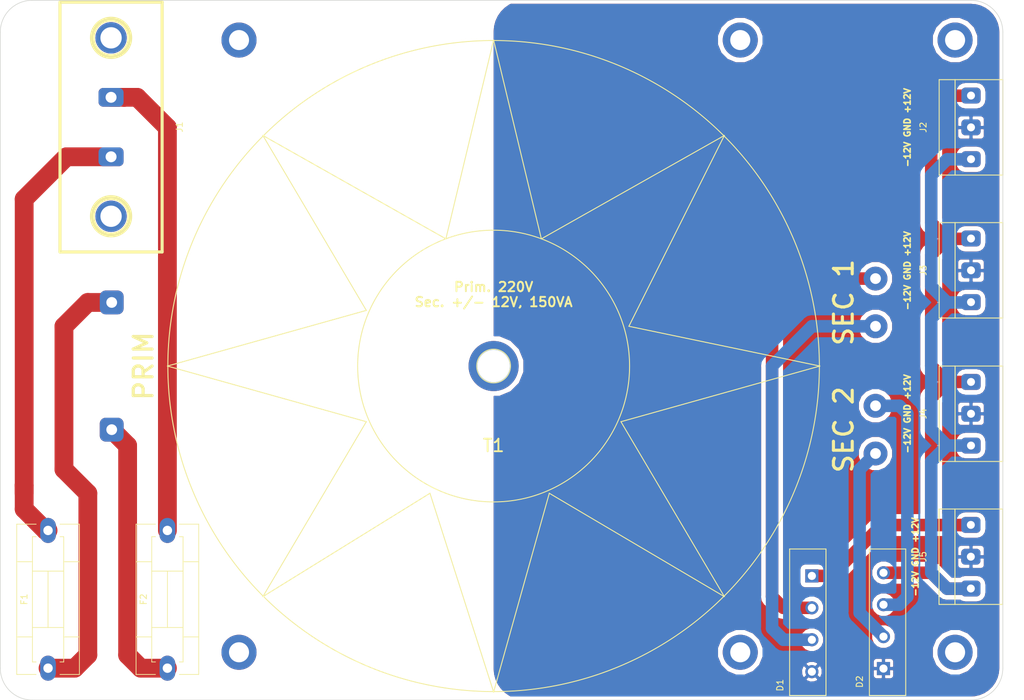
<source format=kicad_pcb>
(kicad_pcb (version 20171130) (host pcbnew "(5.0.1)-4")

  (general
    (thickness 1.6)
    (drawings 13)
    (tracks 74)
    (zones 0)
    (modules 16)
    (nets 12)
  )

  (page A4)
  (layers
    (0 F.Cu signal)
    (31 B.Cu signal)
    (32 B.Adhes user)
    (33 F.Adhes user)
    (34 B.Paste user)
    (35 F.Paste user)
    (36 B.SilkS user)
    (37 F.SilkS user)
    (38 B.Mask user)
    (39 F.Mask user)
    (40 Dwgs.User user)
    (41 Cmts.User user)
    (42 Eco1.User user)
    (43 Eco2.User user)
    (44 Edge.Cuts user)
    (45 Margin user)
    (46 B.CrtYd user)
    (47 F.CrtYd user)
    (48 B.Fab user)
    (49 F.Fab user)
  )

  (setup
    (last_trace_width 2)
    (trace_clearance 0.75)
    (zone_clearance 0.508)
    (zone_45_only no)
    (trace_min 0.2)
    (segment_width 0.2)
    (edge_width 0.1)
    (via_size 0.8)
    (via_drill 0.4)
    (via_min_size 0.4)
    (via_min_drill 0.3)
    (uvia_size 0.3)
    (uvia_drill 0.1)
    (uvias_allowed no)
    (uvia_min_size 0.2)
    (uvia_min_drill 0.1)
    (pcb_text_width 0.3)
    (pcb_text_size 1.5 1.5)
    (mod_edge_width 0.15)
    (mod_text_size 1 1)
    (mod_text_width 0.15)
    (pad_size 1.5 1.5)
    (pad_drill 0.6)
    (pad_to_mask_clearance 0)
    (solder_mask_min_width 0.25)
    (aux_axis_origin 0 0)
    (visible_elements 7FFFFFFF)
    (pcbplotparams
      (layerselection 0x010fc_ffffffff)
      (usegerberextensions false)
      (usegerberattributes false)
      (usegerberadvancedattributes false)
      (creategerberjobfile false)
      (excludeedgelayer true)
      (linewidth 0.100000)
      (plotframeref false)
      (viasonmask false)
      (mode 1)
      (useauxorigin false)
      (hpglpennumber 1)
      (hpglpenspeed 20)
      (hpglpendiameter 15.000000)
      (psnegative false)
      (psa4output false)
      (plotreference true)
      (plotvalue true)
      (plotinvisibletext false)
      (padsonsilk false)
      (subtractmaskfromsilk false)
      (outputformat 1)
      (mirror false)
      (drillshape 0)
      (scaleselection 1)
      (outputdirectory "Gerber Trans/"))
  )

  (net 0 "")
  (net 1 "Net-(F1-Pad2)")
  (net 2 "Net-(F1-Pad1)")
  (net 3 "Net-(D1-Pad2)")
  (net 4 "Net-(D1-Pad3)")
  (net 5 "Net-(D2-Pad3)")
  (net 6 "Net-(D2-Pad2)")
  (net 7 GND)
  (net 8 +12_IN)
  (net 9 -12_IN)
  (net 10 "Net-(F2-Pad1)")
  (net 11 "Net-(F2-Pad2)")

  (net_class Default "This is the default net class."
    (clearance 0.75)
    (trace_width 2)
    (via_dia 0.8)
    (via_drill 0.4)
    (uvia_dia 0.3)
    (uvia_drill 0.1)
    (add_net +12_IN)
    (add_net -12_IN)
    (add_net GND)
    (add_net "Net-(D1-Pad2)")
    (add_net "Net-(D1-Pad3)")
    (add_net "Net-(D2-Pad2)")
    (add_net "Net-(D2-Pad3)")
  )

  (net_class 220V ""
    (clearance 1.5)
    (trace_width 3)
    (via_dia 0.8)
    (via_drill 0.4)
    (uvia_dia 0.3)
    (uvia_drill 0.1)
    (add_net "Net-(F1-Pad1)")
    (add_net "Net-(F1-Pad2)")
    (add_net "Net-(F2-Pad1)")
    (add_net "Net-(F2-Pad2)")
  )

  (module Mounting_Holes:MountingHole_3.2mm_M3_DIN965_Pad (layer F.Cu) (tedit 5BAA9DA9) (tstamp 5BBB6D2F)
    (at 106.68 132.08)
    (descr "Mounting Hole 3.2mm, M3, DIN965")
    (tags "mounting hole 3.2mm m3 din965")
    (attr virtual)
    (fp_text reference "" (at 0 -3.8) (layer F.SilkS)
      (effects (font (size 1 1) (thickness 0.15)))
    )
    (fp_text value "" (at 0 3.8) (layer F.Fab)
      (effects (font (size 1 1) (thickness 0.15)))
    )
    (fp_text user %R (at 0.3 0) (layer F.Fab)
      (effects (font (size 1 1) (thickness 0.15)))
    )
    (fp_circle (center 0 0) (end 2.8 0) (layer Cmts.User) (width 0.15))
    (fp_circle (center 0 0) (end 3.05 0) (layer F.CrtYd) (width 0.05))
    (pad 1 thru_hole circle (at 0 0) (size 5.6 5.6) (drill 3.2) (layers *.Cu *.Mask))
  )

  (module Mounting_Holes:MountingHole_3.2mm_M3_DIN965_Pad (layer F.Cu) (tedit 5BAA9DA9) (tstamp 5BBB1AB2)
    (at 220.98 34.29)
    (descr "Mounting Hole 3.2mm, M3, DIN965")
    (tags "mounting hole 3.2mm m3 din965")
    (attr virtual)
    (fp_text reference "" (at 0 -3.8) (layer F.SilkS)
      (effects (font (size 1 1) (thickness 0.15)))
    )
    (fp_text value "" (at 0 3.8) (layer F.Fab)
      (effects (font (size 1 1) (thickness 0.15)))
    )
    (fp_circle (center 0 0) (end 3.05 0) (layer F.CrtYd) (width 0.05))
    (fp_circle (center 0 0) (end 2.8 0) (layer Cmts.User) (width 0.15))
    (fp_text user %R (at 0.3 0) (layer F.Fab)
      (effects (font (size 1 1) (thickness 0.15)))
    )
    (pad 1 thru_hole circle (at 0 0) (size 5.6 5.6) (drill 3.2) (layers *.Cu *.Mask))
  )

  (module Mounting_Holes:MountingHole_3.2mm_M3_DIN965_Pad (layer F.Cu) (tedit 5BAA9DA9) (tstamp 5BBBA4D0)
    (at 106.68 34.29)
    (descr "Mounting Hole 3.2mm, M3, DIN965")
    (tags "mounting hole 3.2mm m3 din965")
    (attr virtual)
    (fp_text reference "" (at 0 -3.8) (layer F.SilkS)
      (effects (font (size 1 1) (thickness 0.15)))
    )
    (fp_text value "" (at 0 3.8) (layer F.Fab)
      (effects (font (size 1 1) (thickness 0.15)))
    )
    (fp_circle (center 0 0) (end 3.05 0) (layer F.CrtYd) (width 0.05))
    (fp_circle (center 0 0) (end 2.8 0) (layer Cmts.User) (width 0.15))
    (fp_text user %R (at 0.3 0) (layer F.Fab)
      (effects (font (size 1 1) (thickness 0.15)))
    )
    (pad 1 thru_hole circle (at 0 0) (size 5.6 5.6) (drill 3.2) (layers *.Cu *.Mask))
  )

  (module Mounting_Holes:MountingHole_3.2mm_M3_DIN965_Pad (layer F.Cu) (tedit 5BAA9DA9) (tstamp 5BBB6EF1)
    (at 186.69 34.29)
    (descr "Mounting Hole 3.2mm, M3, DIN965")
    (tags "mounting hole 3.2mm m3 din965")
    (attr virtual)
    (fp_text reference "" (at 0 -3.8) (layer F.SilkS)
      (effects (font (size 1 1) (thickness 0.15)))
    )
    (fp_text value "" (at 0 3.8) (layer F.Fab)
      (effects (font (size 1 1) (thickness 0.15)))
    )
    (fp_text user %R (at 0.3 0) (layer F.Fab)
      (effects (font (size 1 1) (thickness 0.15)))
    )
    (fp_circle (center 0 0) (end 2.8 0) (layer Cmts.User) (width 0.15))
    (fp_circle (center 0 0) (end 3.05 0) (layer F.CrtYd) (width 0.05))
    (pad 1 thru_hole circle (at 0 0) (size 5.6 5.6) (drill 3.2) (layers *.Cu *.Mask))
  )

  (module Mounting_Holes:MountingHole_3.2mm_M3_DIN965_Pad (layer F.Cu) (tedit 5BAA9D97) (tstamp 5BAB8519)
    (at 186.69 132.08)
    (descr "Mounting Hole 3.2mm, M3, DIN965")
    (tags "mounting hole 3.2mm m3 din965")
    (attr virtual)
    (fp_text reference "" (at 0 -3.8) (layer F.SilkS)
      (effects (font (size 1 1) (thickness 0.15)))
    )
    (fp_text value "" (at 0 3.8) (layer F.Fab)
      (effects (font (size 1 1) (thickness 0.15)))
    )
    (fp_circle (center 0 0) (end 3.05 0) (layer F.CrtYd) (width 0.05))
    (fp_circle (center 0 0) (end 2.8 0) (layer Cmts.User) (width 0.15))
    (fp_text user %R (at 0.3 0) (layer F.Fab)
      (effects (font (size 1 1) (thickness 0.15)))
    )
    (pad 1 thru_hole circle (at 0 0) (size 5.6 5.6) (drill 3.2) (layers *.Cu *.Mask))
  )

  (module Mounting_Holes:MountingHole_3.2mm_M3_DIN965_Pad (layer F.Cu) (tedit 5BAA9D97) (tstamp 5BBB1AE1)
    (at 220.98 132.08)
    (descr "Mounting Hole 3.2mm, M3, DIN965")
    (tags "mounting hole 3.2mm m3 din965")
    (attr virtual)
    (fp_text reference "" (at 0 -3.8) (layer F.SilkS)
      (effects (font (size 1 1) (thickness 0.15)))
    )
    (fp_text value "" (at 0 3.8) (layer F.Fab)
      (effects (font (size 1 1) (thickness 0.15)))
    )
    (fp_text user %R (at 0.3 0) (layer F.Fab)
      (effects (font (size 1 1) (thickness 0.15)))
    )
    (fp_circle (center 0 0) (end 2.8 0) (layer Cmts.User) (width 0.15))
    (fp_circle (center 0 0) (end 3.05 0) (layer F.CrtYd) (width 0.05))
    (pad 1 thru_hole circle (at 0 0) (size 5.6 5.6) (drill 3.2) (layers *.Cu *.Mask))
  )

  (module KraakenStuff:Diode_Bridge_18.5x5.5 (layer F.Cu) (tedit 5BAA9FD0) (tstamp 5C032C4E)
    (at 198.12 135.18 270)
    (descr "Single phase bridge rectifier case 18.5x5.5")
    (tags "Diode Bridge")
    (path /5B83DBD6)
    (fp_text reference D1 (at 2.16 5.08 270) (layer F.SilkS)
      (effects (font (size 1 1) (thickness 0.15)))
    )
    (fp_text value KBL06 (at -11.2 4.8 270) (layer F.Fab)
      (effects (font (size 1 1) (thickness 0.15)))
    )
    (fp_arc (start -10.35 2.2) (end -10.05 2.5) (angle 100) (layer F.Fab) (width 0.1))
    (fp_arc (start -9.7 2.7) (end -10.05 2.5) (angle 100) (layer F.Fab) (width 0.1))
    (fp_arc (start -4.6 2.7) (end -4.95 2.5) (angle 100) (layer F.Fab) (width 0.1))
    (fp_arc (start -5.25 2.2) (end -4.95 2.5) (angle 100) (layer F.Fab) (width 0.1))
    (fp_line (start -19.6 3.55) (end -19.6 -2.25) (layer F.SilkS) (width 0.15))
    (fp_line (start 3.8 3.55) (end -19.6 3.55) (layer F.SilkS) (width 0.15))
    (fp_line (start 3.8 -2.25) (end 3.8 3.55) (layer F.SilkS) (width 0.15))
    (fp_line (start -19.6 -2.25) (end 3.8 -2.25) (layer F.SilkS) (width 0.15))
    (fp_line (start -19.95 -2.6) (end 4.15 -2.6) (layer F.CrtYd) (width 0.05))
    (fp_line (start -19.95 3.9) (end -19.95 -2.6) (layer F.CrtYd) (width 0.05))
    (fp_line (start 4.15 3.9) (end -19.95 3.9) (layer F.CrtYd) (width 0.05))
    (fp_line (start 4.15 -2.6) (end 4.15 3.9) (layer F.CrtYd) (width 0.05))
    (fp_line (start -15.3 2) (end -15.3 3) (layer F.Fab) (width 0.1))
    (fp_line (start -15.8 2.5) (end -14.8 2.5) (layer F.Fab) (width 0.1))
    (fp_line (start -0.55 2.5) (end 0.45 2.5) (layer F.Fab) (width 0.1))
    (fp_text user %R (at -7.675 2.5 270) (layer F.Fab)
      (effects (font (size 1 1) (thickness 0.15)))
    )
    (pad 3 thru_hole circle (at -5.1 0 270) (size 2.1 2.1) (drill 1.3) (layers *.Cu *.Mask)
      (net 4 "Net-(D1-Pad3)"))
    (pad 4 thru_hole circle (at 0 0 270) (size 2.1 2.1) (drill 1.3) (layers *.Cu *.Mask)
      (net 7 GND))
    (pad 2 thru_hole circle (at -10.2 0 270) (size 2.1 2.1) (drill 1.3) (layers *.Cu *.Mask)
      (net 3 "Net-(D1-Pad2)"))
    (pad 1 thru_hole rect (at -15.3 0 270) (size 2.1 2.1) (drill 1.3) (layers *.Cu *.Mask)
      (net 8 +12_IN))
    (model ${KISYS3DMOD}/Diodes_THT.3dshapes/Diode_Bridge_18_5x5_5.wrl
      (offset (xyz -15.29999976959705 0 0))
      (scale (xyz 1 1 1))
      (rotate (xyz 0 0 0))
    )
  )

  (module KraakenStuff:Diode_Bridge_18.5x5.5 (layer F.Cu) (tedit 5BAA9FD0) (tstamp 5C032C65)
    (at 209.55 119.38 90)
    (descr "Single phase bridge rectifier case 18.5x5.5")
    (tags "Diode Bridge")
    (path /5B83DC26)
    (fp_text reference D2 (at -17.4 -3.81 90) (layer F.SilkS)
      (effects (font (size 1 1) (thickness 0.15)))
    )
    (fp_text value KBL06 (at -11.2 4.8 90) (layer F.Fab)
      (effects (font (size 1 1) (thickness 0.15)))
    )
    (fp_text user %R (at -7.675 2.5 90) (layer F.Fab)
      (effects (font (size 1 1) (thickness 0.15)))
    )
    (fp_line (start -0.55 2.5) (end 0.45 2.5) (layer F.Fab) (width 0.1))
    (fp_line (start -15.8 2.5) (end -14.8 2.5) (layer F.Fab) (width 0.1))
    (fp_line (start -15.3 2) (end -15.3 3) (layer F.Fab) (width 0.1))
    (fp_line (start 4.15 -2.6) (end 4.15 3.9) (layer F.CrtYd) (width 0.05))
    (fp_line (start 4.15 3.9) (end -19.95 3.9) (layer F.CrtYd) (width 0.05))
    (fp_line (start -19.95 3.9) (end -19.95 -2.6) (layer F.CrtYd) (width 0.05))
    (fp_line (start -19.95 -2.6) (end 4.15 -2.6) (layer F.CrtYd) (width 0.05))
    (fp_line (start -19.6 -2.25) (end 3.8 -2.25) (layer F.SilkS) (width 0.15))
    (fp_line (start 3.8 -2.25) (end 3.8 3.55) (layer F.SilkS) (width 0.15))
    (fp_line (start 3.8 3.55) (end -19.6 3.55) (layer F.SilkS) (width 0.15))
    (fp_line (start -19.6 3.55) (end -19.6 -2.25) (layer F.SilkS) (width 0.15))
    (fp_arc (start -5.25 2.2) (end -4.95 2.5) (angle 100) (layer F.Fab) (width 0.1))
    (fp_arc (start -4.6 2.7) (end -4.95 2.5) (angle 100) (layer F.Fab) (width 0.1))
    (fp_arc (start -9.7 2.7) (end -10.05 2.5) (angle 100) (layer F.Fab) (width 0.1))
    (fp_arc (start -10.35 2.2) (end -10.05 2.5) (angle 100) (layer F.Fab) (width 0.1))
    (pad 1 thru_hole rect (at -15.3 0 90) (size 2.1 2.1) (drill 1.3) (layers *.Cu *.Mask)
      (net 7 GND))
    (pad 2 thru_hole circle (at -10.2 0 90) (size 2.1 2.1) (drill 1.3) (layers *.Cu *.Mask)
      (net 6 "Net-(D2-Pad2)"))
    (pad 4 thru_hole circle (at 0 0 90) (size 2.1 2.1) (drill 1.3) (layers *.Cu *.Mask)
      (net 9 -12_IN))
    (pad 3 thru_hole circle (at -5.1 0 90) (size 2.1 2.1) (drill 1.3) (layers *.Cu *.Mask)
      (net 5 "Net-(D2-Pad3)"))
    (model ${KISYS3DMOD}/Diodes_THT.3dshapes/Diode_Bridge_18_5x5_5.wrl
      (offset (xyz -15.29999976959705 0 0))
      (scale (xyz 1 1 1))
      (rotate (xyz 0 0 0))
    )
  )

  (module KraakenStuff:Fuseholder5x20_horiz_SemiClosed_Casing10x25mm (layer F.Cu) (tedit 5880C4BF) (tstamp 5C032C7C)
    (at 76.2 134.62 90)
    (descr "Fuseholder, 5x20, Semi closed, horizontal, Casing 10x25mm,")
    (tags "Fuseholder 5x20 Semi closed horizontal Casing 10x25mm Sicherungshalter halbgeschlossen ")
    (path /5BBB0ED3)
    (fp_text reference F1 (at 11 -3.81 90) (layer F.SilkS)
      (effects (font (size 1 1) (thickness 0.15)))
    )
    (fp_text value 1A (at 12.27 7.62 90) (layer F.Fab)
      (effects (font (size 1 1) (thickness 0.15)))
    )
    (fp_line (start 5 2.5) (end 5 4.9) (layer F.Fab) (width 0.1))
    (fp_line (start 17 -2.5) (end 17 -4.9) (layer F.Fab) (width 0.1))
    (fp_line (start 17 2.5) (end 17 4.95) (layer F.Fab) (width 0.1))
    (fp_line (start 15.5 -2.5) (end 15.5 2.5) (layer F.Fab) (width 0.1))
    (fp_line (start 6.5 0) (end 15.5 0) (layer F.Fab) (width 0.1))
    (fp_line (start 6.5 -2.5) (end 6.5 2.5) (layer F.Fab) (width 0.1))
    (fp_line (start 5 -4.9) (end 5 -2.5) (layer F.Fab) (width 0.1))
    (fp_line (start 1 -2.5) (end 1 2.5) (layer F.Fab) (width 0.1))
    (fp_line (start 1 2.5) (end 21 2.5) (layer F.Fab) (width 0.1))
    (fp_line (start 21 2.5) (end 21 -2.5) (layer F.Fab) (width 0.1))
    (fp_line (start 21 -2.5) (end 1 -2.5) (layer F.Fab) (width 0.1))
    (fp_line (start -0.9 -4.9) (end -0.9 4.9) (layer F.Fab) (width 0.1))
    (fp_line (start -0.9 4.9) (end 22.9 4.9) (layer F.Fab) (width 0.1))
    (fp_line (start 22.9 4.9) (end 22.9 -4.9) (layer F.Fab) (width 0.1))
    (fp_line (start 22.9 -4.9) (end -0.9 -4.9) (layer F.Fab) (width 0.1))
    (fp_line (start 5 -2.5) (end 5 -5) (layer F.SilkS) (width 0.12))
    (fp_line (start 5 5) (end 5 2.5) (layer F.SilkS) (width 0.12))
    (fp_line (start 17 5) (end 17 2.5) (layer F.SilkS) (width 0.12))
    (fp_line (start 17 -5) (end 17 -2.5) (layer F.SilkS) (width 0.12))
    (fp_line (start 6.5 0) (end 15.5 0) (layer F.SilkS) (width 0.12))
    (fp_line (start 6.5 -2.5) (end 6.5 2.5) (layer F.SilkS) (width 0.12))
    (fp_line (start 15.5 -2.5) (end 15.5 2.5) (layer F.SilkS) (width 0.12))
    (fp_line (start 21 -1.9) (end 21 -2.5) (layer F.SilkS) (width 0.12))
    (fp_line (start 1 1.9) (end 1 2.5) (layer F.SilkS) (width 0.12))
    (fp_line (start 1 2.5) (end 21 2.5) (layer F.SilkS) (width 0.12))
    (fp_line (start 21 2.5) (end 21 1.9) (layer F.SilkS) (width 0.12))
    (fp_line (start 21 -2.5) (end 1 -2.5) (layer F.SilkS) (width 0.12))
    (fp_line (start 1 -2.5) (end 1 -1.9) (layer F.SilkS) (width 0.12))
    (fp_line (start 23 -1.9) (end 23 -5) (layer F.SilkS) (width 0.12))
    (fp_line (start -1 1.9) (end -1 5) (layer F.SilkS) (width 0.12))
    (fp_line (start -1 5) (end 23 5) (layer F.SilkS) (width 0.12))
    (fp_line (start 23 5) (end 23 1.9) (layer F.SilkS) (width 0.12))
    (fp_line (start 23 -5) (end -1 -5) (layer F.SilkS) (width 0.12))
    (fp_line (start -1 -5) (end -1 -1.9) (layer F.SilkS) (width 0.12))
    (fp_line (start -1.5 -5.15) (end 23.5 -5.15) (layer F.CrtYd) (width 0.05))
    (fp_line (start -1.5 -5.15) (end -1.5 5.2) (layer F.CrtYd) (width 0.05))
    (fp_line (start 23.5 5.2) (end 23.5 -5.15) (layer F.CrtYd) (width 0.05))
    (fp_line (start 23.5 5.2) (end -1.5 5.2) (layer F.CrtYd) (width 0.05))
    (pad 2 thru_hole oval (at 22 0) (size 2.5 4) (drill 1.5) (layers *.Cu *.Mask)
      (net 1 "Net-(F1-Pad2)"))
    (pad 1 thru_hole oval (at 0 0) (size 2.5 4) (drill 1.5) (layers *.Cu *.Mask)
      (net 2 "Net-(F1-Pad1)"))
  )

  (module KraakenStuff:Fuseholder5x20_horiz_SemiClosed_Casing10x25mm (layer F.Cu) (tedit 5880C4BF) (tstamp 5C032CA7)
    (at 95.25 134.62 90)
    (descr "Fuseholder, 5x20, Semi closed, horizontal, Casing 10x25mm,")
    (tags "Fuseholder 5x20 Semi closed horizontal Casing 10x25mm Sicherungshalter halbgeschlossen ")
    (path /5B83DF0D)
    (fp_text reference F2 (at 11 -3.81 90) (layer F.SilkS)
      (effects (font (size 1 1) (thickness 0.15)))
    )
    (fp_text value 1A (at 12.27 7.62 90) (layer F.Fab)
      (effects (font (size 1 1) (thickness 0.15)))
    )
    (fp_line (start 23.5 5.2) (end -1.5 5.2) (layer F.CrtYd) (width 0.05))
    (fp_line (start 23.5 5.2) (end 23.5 -5.15) (layer F.CrtYd) (width 0.05))
    (fp_line (start -1.5 -5.15) (end -1.5 5.2) (layer F.CrtYd) (width 0.05))
    (fp_line (start -1.5 -5.15) (end 23.5 -5.15) (layer F.CrtYd) (width 0.05))
    (fp_line (start -1 -5) (end -1 -1.9) (layer F.SilkS) (width 0.12))
    (fp_line (start 23 -5) (end -1 -5) (layer F.SilkS) (width 0.12))
    (fp_line (start 23 5) (end 23 1.9) (layer F.SilkS) (width 0.12))
    (fp_line (start -1 5) (end 23 5) (layer F.SilkS) (width 0.12))
    (fp_line (start -1 1.9) (end -1 5) (layer F.SilkS) (width 0.12))
    (fp_line (start 23 -1.9) (end 23 -5) (layer F.SilkS) (width 0.12))
    (fp_line (start 1 -2.5) (end 1 -1.9) (layer F.SilkS) (width 0.12))
    (fp_line (start 21 -2.5) (end 1 -2.5) (layer F.SilkS) (width 0.12))
    (fp_line (start 21 2.5) (end 21 1.9) (layer F.SilkS) (width 0.12))
    (fp_line (start 1 2.5) (end 21 2.5) (layer F.SilkS) (width 0.12))
    (fp_line (start 1 1.9) (end 1 2.5) (layer F.SilkS) (width 0.12))
    (fp_line (start 21 -1.9) (end 21 -2.5) (layer F.SilkS) (width 0.12))
    (fp_line (start 15.5 -2.5) (end 15.5 2.5) (layer F.SilkS) (width 0.12))
    (fp_line (start 6.5 -2.5) (end 6.5 2.5) (layer F.SilkS) (width 0.12))
    (fp_line (start 6.5 0) (end 15.5 0) (layer F.SilkS) (width 0.12))
    (fp_line (start 17 -5) (end 17 -2.5) (layer F.SilkS) (width 0.12))
    (fp_line (start 17 5) (end 17 2.5) (layer F.SilkS) (width 0.12))
    (fp_line (start 5 5) (end 5 2.5) (layer F.SilkS) (width 0.12))
    (fp_line (start 5 -2.5) (end 5 -5) (layer F.SilkS) (width 0.12))
    (fp_line (start 22.9 -4.9) (end -0.9 -4.9) (layer F.Fab) (width 0.1))
    (fp_line (start 22.9 4.9) (end 22.9 -4.9) (layer F.Fab) (width 0.1))
    (fp_line (start -0.9 4.9) (end 22.9 4.9) (layer F.Fab) (width 0.1))
    (fp_line (start -0.9 -4.9) (end -0.9 4.9) (layer F.Fab) (width 0.1))
    (fp_line (start 21 -2.5) (end 1 -2.5) (layer F.Fab) (width 0.1))
    (fp_line (start 21 2.5) (end 21 -2.5) (layer F.Fab) (width 0.1))
    (fp_line (start 1 2.5) (end 21 2.5) (layer F.Fab) (width 0.1))
    (fp_line (start 1 -2.5) (end 1 2.5) (layer F.Fab) (width 0.1))
    (fp_line (start 5 -4.9) (end 5 -2.5) (layer F.Fab) (width 0.1))
    (fp_line (start 6.5 -2.5) (end 6.5 2.5) (layer F.Fab) (width 0.1))
    (fp_line (start 6.5 0) (end 15.5 0) (layer F.Fab) (width 0.1))
    (fp_line (start 15.5 -2.5) (end 15.5 2.5) (layer F.Fab) (width 0.1))
    (fp_line (start 17 2.5) (end 17 4.95) (layer F.Fab) (width 0.1))
    (fp_line (start 17 -2.5) (end 17 -4.9) (layer F.Fab) (width 0.1))
    (fp_line (start 5 2.5) (end 5 4.9) (layer F.Fab) (width 0.1))
    (pad 1 thru_hole oval (at 0 0) (size 2.5 4) (drill 1.5) (layers *.Cu *.Mask)
      (net 10 "Net-(F2-Pad1)"))
    (pad 2 thru_hole oval (at 22 0) (size 2.5 4) (drill 1.5) (layers *.Cu *.Mask)
      (net 11 "Net-(F2-Pad2)"))
  )

  (module "KraakenStuff:Terminal 2 contacts" (layer F.Cu) (tedit 5BBB3964) (tstamp 5C032CD2)
    (at 86.2584 48.1838 90)
    (path /5C033442)
    (fp_text reference J1 (at 0 10.922 90) (layer F.SilkS)
      (effects (font (size 1 1) (thickness 0.15)))
    )
    (fp_text value 220V (at 0 -11.43 90) (layer F.Fab)
      (effects (font (size 1 1) (thickness 0.15)))
    )
    (fp_line (start -19.95 -8.15) (end 19.95 -8.15) (layer F.SilkS) (width 0.5))
    (fp_line (start -19.95 8.15) (end 19.95 8.15) (layer F.SilkS) (width 0.5))
    (fp_circle (center 14.25 0) (end 17.25 0) (layer F.SilkS) (width 0.75))
    (fp_circle (center -14.25 0) (end -11.25 0) (layer F.SilkS) (width 0.75))
    (fp_line (start -19.95 -8.15) (end -19.95 8.15) (layer F.SilkS) (width 0.5))
    (fp_line (start 19.95 -8.15) (end 19.95 8.15) (layer F.SilkS) (width 0.5))
    (pad 1 thru_hole roundrect (at -4.75 0 90) (size 3 4) (drill 1.75) (layers *.Cu *.Mask) (roundrect_rratio 0.25)
      (net 1 "Net-(F1-Pad2)"))
    (pad 2 thru_hole roundrect (at 4.75 0 90) (size 3 4) (drill 1.75) (layers *.Cu *.Mask) (roundrect_rratio 0.25)
      (net 11 "Net-(F2-Pad2)"))
    (pad "" np_thru_hole circle (at 14.25 0 90) (size 5 5) (drill 3.4) (layers *.Cu *.Mask))
    (pad "" np_thru_hole circle (at -14.25 0 90) (size 5 5) (drill 3.4) (layers *.Cu *.Mask))
  )

  (module "KraakenStuff:Klema x3" (layer F.Cu) (tedit 5BAA4373) (tstamp 5C032CDF)
    (at 223.52 48.2346 270)
    (path /5C030DE4)
    (fp_text reference J2 (at 0 7.62 270) (layer F.SilkS)
      (effects (font (size 1 1) (thickness 0.15)))
    )
    (fp_text value Conn_01x03_Male (at 0 -7.62 270) (layer F.Fab)
      (effects (font (size 1 1) (thickness 0.15)))
    )
    (fp_line (start -7.62 -5.08) (end -7.62 5.08) (layer F.SilkS) (width 0.15))
    (fp_line (start -7.62 5.08) (end 7.62 5.08) (layer F.SilkS) (width 0.15))
    (fp_line (start 7.62 5.08) (end 7.62 -5.08) (layer F.SilkS) (width 0.15))
    (fp_line (start 7.62 -5.08) (end -7.62 -5.08) (layer F.SilkS) (width 0.15))
    (fp_line (start -7.62 2.54) (end 7.62 2.54) (layer F.SilkS) (width 0.15))
    (pad 1 thru_hole roundrect (at -5.08 0 270) (size 2.54 3.08) (drill 1.27) (layers *.Cu *.Mask) (roundrect_rratio 0.25)
      (net 8 +12_IN))
    (pad 2 thru_hole roundrect (at 0 0 270) (size 2.54 3.08) (drill 1.27) (layers *.Cu *.Mask) (roundrect_rratio 0.25)
      (net 7 GND))
    (pad 3 thru_hole roundrect (at 5.08 0 270) (size 2.54 3.08) (drill 1.27) (layers *.Cu *.Mask) (roundrect_rratio 0.25)
      (net 9 -12_IN))
  )

  (module "KraakenStuff:Klema x3" (layer F.Cu) (tedit 5BAA4373) (tstamp 5C032CEA)
    (at 223.52 71.0692 270)
    (path /5C030E7D)
    (fp_text reference J3 (at 0 7.62 270) (layer F.SilkS)
      (effects (font (size 1 1) (thickness 0.15)))
    )
    (fp_text value Conn_01x03_Male (at 0 -7.62 270) (layer F.Fab)
      (effects (font (size 1 1) (thickness 0.15)))
    )
    (fp_line (start -7.62 2.54) (end 7.62 2.54) (layer F.SilkS) (width 0.15))
    (fp_line (start 7.62 -5.08) (end -7.62 -5.08) (layer F.SilkS) (width 0.15))
    (fp_line (start 7.62 5.08) (end 7.62 -5.08) (layer F.SilkS) (width 0.15))
    (fp_line (start -7.62 5.08) (end 7.62 5.08) (layer F.SilkS) (width 0.15))
    (fp_line (start -7.62 -5.08) (end -7.62 5.08) (layer F.SilkS) (width 0.15))
    (pad 3 thru_hole roundrect (at 5.08 0 270) (size 2.54 3.08) (drill 1.27) (layers *.Cu *.Mask) (roundrect_rratio 0.25)
      (net 9 -12_IN))
    (pad 2 thru_hole roundrect (at 0 0 270) (size 2.54 3.08) (drill 1.27) (layers *.Cu *.Mask) (roundrect_rratio 0.25)
      (net 7 GND))
    (pad 1 thru_hole roundrect (at -5.08 0 270) (size 2.54 3.08) (drill 1.27) (layers *.Cu *.Mask) (roundrect_rratio 0.25)
      (net 8 +12_IN))
  )

  (module "KraakenStuff:Klema x3" (layer F.Cu) (tedit 5BAA4373) (tstamp 5C032CF5)
    (at 223.52 93.98 270)
    (path /5C030EDD)
    (fp_text reference J4 (at 0 7.62 270) (layer F.SilkS)
      (effects (font (size 1 1) (thickness 0.15)))
    )
    (fp_text value Conn_01x03_Male (at 0 -7.62 270) (layer F.Fab)
      (effects (font (size 1 1) (thickness 0.15)))
    )
    (fp_line (start -7.62 -5.08) (end -7.62 5.08) (layer F.SilkS) (width 0.15))
    (fp_line (start -7.62 5.08) (end 7.62 5.08) (layer F.SilkS) (width 0.15))
    (fp_line (start 7.62 5.08) (end 7.62 -5.08) (layer F.SilkS) (width 0.15))
    (fp_line (start 7.62 -5.08) (end -7.62 -5.08) (layer F.SilkS) (width 0.15))
    (fp_line (start -7.62 2.54) (end 7.62 2.54) (layer F.SilkS) (width 0.15))
    (pad 1 thru_hole roundrect (at -5.08 0 270) (size 2.54 3.08) (drill 1.27) (layers *.Cu *.Mask) (roundrect_rratio 0.25)
      (net 8 +12_IN))
    (pad 2 thru_hole roundrect (at 0 0 270) (size 2.54 3.08) (drill 1.27) (layers *.Cu *.Mask) (roundrect_rratio 0.25)
      (net 7 GND))
    (pad 3 thru_hole roundrect (at 5.08 0 270) (size 2.54 3.08) (drill 1.27) (layers *.Cu *.Mask) (roundrect_rratio 0.25)
      (net 9 -12_IN))
  )

  (module "KraakenStuff:Klema x3" (layer F.Cu) (tedit 5BAA4373) (tstamp 5C032D00)
    (at 223.4946 116.8146 270)
    (path /5C030F47)
    (fp_text reference J5 (at 0 7.62 270) (layer F.SilkS)
      (effects (font (size 1 1) (thickness 0.15)))
    )
    (fp_text value Conn_01x03_Male (at 0 -7.62 270) (layer F.Fab)
      (effects (font (size 1 1) (thickness 0.15)))
    )
    (fp_line (start -7.62 2.54) (end 7.62 2.54) (layer F.SilkS) (width 0.15))
    (fp_line (start 7.62 -5.08) (end -7.62 -5.08) (layer F.SilkS) (width 0.15))
    (fp_line (start 7.62 5.08) (end 7.62 -5.08) (layer F.SilkS) (width 0.15))
    (fp_line (start -7.62 5.08) (end 7.62 5.08) (layer F.SilkS) (width 0.15))
    (fp_line (start -7.62 -5.08) (end -7.62 5.08) (layer F.SilkS) (width 0.15))
    (pad 3 thru_hole roundrect (at 5.08 0 270) (size 2.54 3.08) (drill 1.27) (layers *.Cu *.Mask) (roundrect_rratio 0.25)
      (net 9 -12_IN))
    (pad 2 thru_hole roundrect (at 0 0 270) (size 2.54 3.08) (drill 1.27) (layers *.Cu *.Mask) (roundrect_rratio 0.25)
      (net 7 GND))
    (pad 1 thru_hole roundrect (at -5.08 0 270) (size 2.54 3.08) (drill 1.27) (layers *.Cu *.Mask) (roundrect_rratio 0.25)
      (net 8 +12_IN))
  )

  (module "KraakenStuff:Toroidal transformer 220V 150VA 2x12V" (layer F.Cu) (tedit 5BBB0C5C) (tstamp 5C032D0B)
    (at 147.32 86.36)
    (path /5B83DB01)
    (fp_text reference T1 (at 0 12.7) (layer F.SilkS)
      (effects (font (size 2 2) (thickness 0.3)))
    )
    (fp_text value +/-12V (at 0 -12.7) (layer F.Fab)
      (effects (font (size 2 2) (thickness 0.3)))
    )
    (fp_line (start 21.59 -6.35) (end 36.83 -36.83) (layer F.SilkS) (width 0.15))
    (fp_line (start 52.07 0) (end 21.59 -6.35) (layer F.SilkS) (width 0.15))
    (fp_line (start 20.32 8.89) (end 52.07 0) (layer F.SilkS) (width 0.15))
    (fp_line (start 36.83 36.83) (end 20.32 8.89) (layer F.SilkS) (width 0.15))
    (fp_line (start 8.89 20.32) (end 36.83 36.83) (layer F.SilkS) (width 0.15))
    (fp_line (start 0 52.07) (end 8.89 20.32) (layer F.SilkS) (width 0.15))
    (fp_line (start -10.16 20.32) (end 0 52.07) (layer F.SilkS) (width 0.15))
    (fp_line (start -36.83 36.83) (end -10.16 20.32) (layer F.SilkS) (width 0.15))
    (fp_line (start -20.32 8.89) (end -36.83 36.83) (layer F.SilkS) (width 0.15))
    (fp_line (start -52.07 0) (end -20.32 8.89) (layer F.SilkS) (width 0.15))
    (fp_line (start -20.32 -8.89) (end -52.07 0) (layer F.SilkS) (width 0.15))
    (fp_line (start -36.83 -36.83) (end -20.32 -8.89) (layer F.SilkS) (width 0.15))
    (fp_line (start -7.62 -20.32) (end -36.83 -36.83) (layer F.SilkS) (width 0.15))
    (fp_line (start 0 -52.07) (end -7.62 -20.32) (layer F.SilkS) (width 0.15))
    (fp_line (start 7.62 -20.32) (end 0 -52.07) (layer F.SilkS) (width 0.15))
    (fp_line (start 36.83 -36.83) (end 7.62 -20.32) (layer F.SilkS) (width 0.15))
    (fp_circle (center 0 0) (end 20.32 -7.62) (layer F.SilkS) (width 0.15))
    (fp_circle (center 0 0) (end 1.905 -1.905) (layer F.SilkS) (width 0.15))
    (fp_circle (center 0 0) (end 52 0) (layer F.SilkS) (width 0.15))
    (fp_text user PRIM (at -55.88 0 90) (layer F.SilkS)
      (effects (font (size 3 3) (thickness 0.5)))
    )
    (fp_text user "SEC 1" (at 55.88 -10.16 90) (layer F.SilkS)
      (effects (font (size 3 3) (thickness 0.5)))
    )
    (fp_text user "SEC 2" (at 55.88 10.16 90) (layer F.SilkS)
      (effects (font (size 3 3) (thickness 0.5)))
    )
    (pad 2 thru_hole roundrect (at -60.96 10.16) (size 3.81 3.81) (drill 1.72) (layers *.Cu *.Mask) (roundrect_rratio 0.25)
      (net 10 "Net-(F2-Pad1)"))
    (pad 4 thru_hole circle (at 60.96 -6.35) (size 3.81 3.81) (drill 1.72) (layers *.Cu *.Mask)
      (net 4 "Net-(D1-Pad3)"))
    (pad 5 thru_hole circle (at 60.96 6.35) (size 3.81 3.81) (drill 1.72) (layers *.Cu *.Mask)
      (net 5 "Net-(D2-Pad3)"))
    (pad 6 thru_hole circle (at 60.96 13.97) (size 3.81 3.81) (drill 1.72) (layers *.Cu *.Mask)
      (net 6 "Net-(D2-Pad2)"))
    (pad 3 thru_hole circle (at 60.96 -13.97) (size 3.81 3.81) (drill 1.72) (layers *.Cu *.Mask)
      (net 3 "Net-(D1-Pad2)"))
    (pad 1 thru_hole roundrect (at -60.96 -10.16) (size 3.81 3.81) (drill 1.72) (layers *.Cu *.Mask) (roundrect_rratio 0.25)
      (net 2 "Net-(F1-Pad1)"))
    (pad "" np_thru_hole circle (at 0 0) (size 8 8) (drill 5.2) (layers *.Cu *.Mask))
  )

  (gr_arc (start 223.52 33.02) (end 228.6 33.02) (angle -90) (layer Edge.Cuts) (width 0.1))
  (gr_arc (start 223.52 134.62) (end 223.52 139.7) (angle -90) (layer Edge.Cuts) (width 0.1))
  (gr_arc (start 73.66 134.62) (end 68.58 134.62) (angle -90) (layer Edge.Cuts) (width 0.1))
  (gr_arc (start 73.66 33.02) (end 73.66 27.94) (angle -90) (layer Edge.Cuts) (width 0.1))
  (gr_line (start 228.6 134.62) (end 228.6 33.02) (layer Edge.Cuts) (width 0.1))
  (gr_line (start 68.58 134.62) (end 68.58 33.02) (layer Edge.Cuts) (width 0.1))
  (gr_line (start 223.52 139.7) (end 73.66 139.7) (layer Edge.Cuts) (width 0.1) (tstamp 5BBB96A7))
  (gr_line (start 73.66 27.94) (end 223.52 27.94) (layer Edge.Cuts) (width 0.1))
  (gr_text "-12V GND +12V" (at 214.63 116.84 90) (layer F.SilkS) (tstamp 5BABAACD)
    (effects (font (size 1 1) (thickness 0.25)))
  )
  (gr_text "-12V GND +12V" (at 213.36 93.98 90) (layer F.SilkS) (tstamp 5BABAACB)
    (effects (font (size 1 1) (thickness 0.25)))
  )
  (gr_text "-12V GND +12V" (at 213.36 71.12 90) (layer F.SilkS) (tstamp 5BABAAC9)
    (effects (font (size 1 1) (thickness 0.25)))
  )
  (gr_text "-12V GND +12V" (at 213.36 48.26 90) (layer F.SilkS) (tstamp 5BBBAADB)
    (effects (font (size 1 1) (thickness 0.25)))
  )
  (gr_text "Prim. 220V\nSec. +/- 12V, 150VA\n" (at 147.32 74.93) (layer F.SilkS)
    (effects (font (size 1.5 1.5) (thickness 0.3)))
  )

  (segment (start 76.2 112.62) (end 75.79 112.62) (width 3) (layer F.Cu) (net 1))
  (segment (start 72.39 109.22) (end 72.39 105.41) (width 3) (layer F.Cu) (net 1))
  (segment (start 75.79 112.62) (end 72.39 109.22) (width 3) (layer F.Cu) (net 1))
  (segment (start 72.39 59.69) (end 72.39 105.41) (width 3) (layer F.Cu) (net 1))
  (segment (start 72.39 105.41) (end 72.39 106.68) (width 3) (layer F.Cu) (net 1))
  (segment (start 79.1462 52.9338) (end 72.39 59.69) (width 3) (layer F.Cu) (net 1))
  (segment (start 86.2584 52.9338) (end 79.1462 52.9338) (width 3) (layer F.Cu) (net 1))
  (segment (start 86.36 76.2) (end 82.55 76.2) (width 3) (layer F.Cu) (net 2))
  (segment (start 80.45 134.62) (end 76.2 134.62) (width 3) (layer F.Cu) (net 2))
  (segment (start 82.55 76.2) (end 78.74 80.01) (width 3) (layer F.Cu) (net 2))
  (segment (start 78.74 80.01) (end 78.74 102.87) (width 3) (layer F.Cu) (net 2))
  (segment (start 78.74 102.87) (end 82.55 106.68) (width 3) (layer F.Cu) (net 2))
  (segment (start 82.55 106.68) (end 82.55 132.52) (width 3) (layer F.Cu) (net 2))
  (segment (start 82.55 132.52) (end 80.45 134.62) (width 3) (layer F.Cu) (net 2))
  (segment (start 198.12 124.98) (end 193.56 124.98) (width 2) (layer F.Cu) (net 3))
  (segment (start 193.56 124.98) (end 191.77 123.19) (width 2) (layer F.Cu) (net 3))
  (segment (start 191.77 123.19) (end 191.77 78.74) (width 2) (layer F.Cu) (net 3))
  (segment (start 191.77 78.74) (end 198.12 72.39) (width 2) (layer F.Cu) (net 3))
  (segment (start 198.12 72.39) (end 208.28 72.39) (width 2) (layer F.Cu) (net 3))
  (segment (start 198.12 130.08) (end 193.58 130.08) (width 2) (layer B.Cu) (net 4))
  (segment (start 193.58 130.08) (end 191.77 128.27) (width 2) (layer B.Cu) (net 4))
  (segment (start 191.77 128.27) (end 191.77 86.36) (width 2) (layer B.Cu) (net 4))
  (segment (start 191.77 86.36) (end 198.12 80.01) (width 2) (layer B.Cu) (net 4))
  (segment (start 198.12 80.01) (end 208.28 80.01) (width 2) (layer B.Cu) (net 4))
  (segment (start 212.07 124.48) (end 209.55 124.48) (width 2) (layer B.Cu) (net 5))
  (segment (start 213.36 123.19) (end 212.07 124.48) (width 2) (layer B.Cu) (net 5))
  (segment (start 213.36 93.98) (end 213.36 123.19) (width 2) (layer B.Cu) (net 5))
  (segment (start 208.28 92.71) (end 212.09 92.71) (width 2) (layer B.Cu) (net 5))
  (segment (start 212.09 92.71) (end 213.36 93.98) (width 2) (layer B.Cu) (net 5))
  (segment (start 206.375001 102.234999) (end 208.28 100.33) (width 2) (layer B.Cu) (net 6))
  (segment (start 205.74 102.87) (end 206.375001 102.234999) (width 2) (layer B.Cu) (net 6))
  (segment (start 205.74 125.77) (end 205.74 102.87) (width 2) (layer B.Cu) (net 6))
  (segment (start 209.55 129.58) (end 205.74 125.77) (width 2) (layer B.Cu) (net 6))
  (segment (start 221.88 111.76) (end 223.52 111.76) (width 2) (layer F.Cu) (net 8))
  (segment (start 201.17 119.88) (end 209.29 111.76) (width 2) (layer F.Cu) (net 8))
  (segment (start 198.12 119.88) (end 201.17 119.88) (width 2) (layer F.Cu) (net 8))
  (segment (start 217.17 111.76) (end 217.17 91.44) (width 2) (layer F.Cu) (net 8))
  (segment (start 217.17 111.76) (end 221.88 111.76) (width 2) (layer F.Cu) (net 8))
  (segment (start 209.29 111.76) (end 217.17 111.76) (width 2) (layer F.Cu) (net 8))
  (segment (start 219.71 88.9) (end 223.52 88.9) (width 2) (layer F.Cu) (net 8))
  (segment (start 217.17 91.44) (end 219.71 88.9) (width 2) (layer F.Cu) (net 8))
  (segment (start 219.71 88.9) (end 217.17 86.36) (width 2) (layer F.Cu) (net 8))
  (segment (start 217.17 86.36) (end 217.17 68.58) (width 2) (layer F.Cu) (net 8))
  (segment (start 219.71 66.04) (end 223.52 66.04) (width 2) (layer F.Cu) (net 8))
  (segment (start 217.17 68.58) (end 219.71 66.04) (width 2) (layer F.Cu) (net 8))
  (segment (start 219.71 66.04) (end 217.17 63.5) (width 2) (layer F.Cu) (net 8))
  (segment (start 217.17 63.5) (end 217.17 45.72) (width 2) (layer F.Cu) (net 8))
  (segment (start 217.17 45.72) (end 219.71 43.18) (width 2) (layer F.Cu) (net 8))
  (segment (start 219.71 43.18) (end 223.52 43.18) (width 2) (layer F.Cu) (net 8))
  (segment (start 219.71 121.92) (end 223.52 121.92) (width 2) (layer F.Cu) (net 9))
  (segment (start 217.17 119.38) (end 219.71 121.92) (width 2) (layer F.Cu) (net 9))
  (segment (start 223.52 121.92) (end 219.71 121.92) (width 2) (layer B.Cu) (net 9))
  (segment (start 219.71 121.92) (end 217.17 119.38) (width 2) (layer B.Cu) (net 9))
  (segment (start 217.17 119.38) (end 217.17 101.6) (width 2) (layer B.Cu) (net 9))
  (segment (start 217.17 101.6) (end 219.71 99.06) (width 2) (layer B.Cu) (net 9))
  (segment (start 219.71 99.06) (end 223.52 99.06) (width 2) (layer B.Cu) (net 9))
  (segment (start 219.71 99.06) (end 217.17 96.52) (width 2) (layer B.Cu) (net 9))
  (segment (start 217.17 96.52) (end 217.17 78.74) (width 2) (layer B.Cu) (net 9))
  (segment (start 217.17 78.74) (end 219.71 76.2) (width 2) (layer B.Cu) (net 9))
  (segment (start 219.71 76.2) (end 223.52 76.2) (width 2) (layer B.Cu) (net 9))
  (segment (start 219.71 76.2) (end 217.17 73.66) (width 2) (layer B.Cu) (net 9))
  (segment (start 217.17 73.66) (end 217.17 55.88) (width 2) (layer B.Cu) (net 9))
  (segment (start 217.17 55.88) (end 219.71 53.34) (width 2) (layer B.Cu) (net 9))
  (segment (start 219.71 53.34) (end 223.52 53.34) (width 2) (layer B.Cu) (net 9))
  (segment (start 209.55 119.38) (end 217.17 119.38) (width 2) (layer F.Cu) (net 9))
  (segment (start 91 134.62) (end 88.9 132.52) (width 3) (layer F.Cu) (net 10))
  (segment (start 95.25 134.62) (end 91 134.62) (width 3) (layer F.Cu) (net 10))
  (segment (start 88.9 99.06) (end 86.36 96.52) (width 3) (layer F.Cu) (net 10))
  (segment (start 88.9 132.52) (end 88.9 99.06) (width 3) (layer F.Cu) (net 10))
  (segment (start 95.25 48.26) (end 95.25 112.62) (width 3) (layer F.Cu) (net 11))
  (segment (start 88.3584 43.4338) (end 88.3586 43.434) (width 3) (layer F.Cu) (net 11))
  (segment (start 86.2584 43.4338) (end 88.3584 43.4338) (width 3) (layer F.Cu) (net 11))
  (segment (start 90.424 43.434) (end 95.25 48.26) (width 3) (layer F.Cu) (net 11))
  (segment (start 88.3586 43.434) (end 90.424 43.434) (width 3) (layer F.Cu) (net 11))

  (zone (net 7) (net_name GND) (layer F.Cu) (tstamp 5BBBA4EA) (hatch edge 0.508)
    (connect_pads (clearance 0.508))
    (min_thickness 0.254)
    (fill yes (arc_segments 16) (thermal_gap 0.508) (thermal_bridge_width 0.508) (smoothing fillet) (radius 5))
    (polygon
      (pts
        (xy 147.32 27.94) (xy 228.6 27.94) (xy 228.6 139.7) (xy 147.32 139.7)
      )
    )
    (filled_polygon
      (pts
        (xy 224.297803 28.697139) (xy 225.051023 28.903197) (xy 225.755852 29.239384) (xy 226.390002 29.695065) (xy 226.933441 30.255851)
        (xy 227.368981 30.904001) (xy 227.682862 31.619043) (xy 227.866424 32.383636) (xy 227.915001 33.045126) (xy 227.915 134.589494)
        (xy 227.842861 135.397805) (xy 227.636803 136.151023) (xy 227.300616 136.855852) (xy 226.844932 137.490005) (xy 226.284149 138.033441)
        (xy 225.635996 138.468982) (xy 224.920956 138.782863) (xy 224.156364 138.966424) (xy 223.494887 139.015) (xy 150.088069 139.015)
        (xy 149.88374 138.91972) (xy 149.188012 138.432566) (xy 148.587434 137.831988) (xy 148.10028 137.13626) (xy 147.742363 136.368703)
        (xy 197.110902 136.368703) (xy 197.215687 136.640745) (xy 197.843526 136.875619) (xy 198.513456 136.852349) (xy 199.024313 136.640745)
        (xy 199.129098 136.368703) (xy 198.12 135.359605) (xy 197.110902 136.368703) (xy 147.742363 136.368703) (xy 147.741335 136.3665)
        (xy 147.52151 135.546103) (xy 147.447 134.694452) (xy 147.447 131.348599) (xy 183.013 131.348599) (xy 183.013 132.811401)
        (xy 183.57279 134.162853) (xy 184.607147 135.19721) (xy 185.958599 135.757) (xy 187.421401 135.757) (xy 188.772853 135.19721)
        (xy 189.066537 134.903526) (xy 196.424381 134.903526) (xy 196.447651 135.573456) (xy 196.659255 136.084313) (xy 196.931297 136.189098)
        (xy 197.940395 135.18) (xy 198.299605 135.18) (xy 199.308703 136.189098) (xy 199.580745 136.084313) (xy 199.815619 135.456474)
        (xy 199.798574 134.96575) (xy 207.865 134.96575) (xy 207.865 135.856309) (xy 207.961673 136.089698) (xy 208.140301 136.268327)
        (xy 208.37369 136.365) (xy 209.26425 136.365) (xy 209.423 136.20625) (xy 209.423 134.807) (xy 209.677 134.807)
        (xy 209.677 136.20625) (xy 209.83575 136.365) (xy 210.72631 136.365) (xy 210.959699 136.268327) (xy 211.138327 136.089698)
        (xy 211.235 135.856309) (xy 211.235 134.96575) (xy 211.07625 134.807) (xy 209.677 134.807) (xy 209.423 134.807)
        (xy 208.02375 134.807) (xy 207.865 134.96575) (xy 199.798574 134.96575) (xy 199.792349 134.786544) (xy 199.580745 134.275687)
        (xy 199.308703 134.170902) (xy 198.299605 135.18) (xy 197.940395 135.18) (xy 196.931297 134.170902) (xy 196.659255 134.275687)
        (xy 196.424381 134.903526) (xy 189.066537 134.903526) (xy 189.80721 134.162853) (xy 189.87827 133.991297) (xy 197.110902 133.991297)
        (xy 198.12 135.000395) (xy 199.129098 133.991297) (xy 199.024313 133.719255) (xy 198.448092 133.503691) (xy 207.865 133.503691)
        (xy 207.865 134.39425) (xy 208.02375 134.553) (xy 209.423 134.553) (xy 209.423 133.15375) (xy 209.677 133.15375)
        (xy 209.677 134.553) (xy 211.07625 134.553) (xy 211.235 134.39425) (xy 211.235 133.503691) (xy 211.138327 133.270302)
        (xy 210.959699 133.091673) (xy 210.72631 132.995) (xy 209.83575 132.995) (xy 209.677 133.15375) (xy 209.423 133.15375)
        (xy 209.26425 132.995) (xy 208.37369 132.995) (xy 208.140301 133.091673) (xy 207.961673 133.270302) (xy 207.865 133.503691)
        (xy 198.448092 133.503691) (xy 198.396474 133.484381) (xy 197.726544 133.507651) (xy 197.215687 133.719255) (xy 197.110902 133.991297)
        (xy 189.87827 133.991297) (xy 190.367 132.811401) (xy 190.367 131.348599) (xy 189.80721 129.997147) (xy 189.506759 129.696696)
        (xy 196.193 129.696696) (xy 196.193 130.463304) (xy 196.486368 131.171558) (xy 197.028442 131.713632) (xy 197.736696 132.007)
        (xy 198.503304 132.007) (xy 199.211558 131.713632) (xy 199.753632 131.171558) (xy 200.047 130.463304) (xy 200.047 129.696696)
        (xy 199.839894 129.196696) (xy 207.623 129.196696) (xy 207.623 129.963304) (xy 207.916368 130.671558) (xy 208.458442 131.213632)
        (xy 209.166696 131.507) (xy 209.933304 131.507) (xy 210.315718 131.348599) (xy 217.303 131.348599) (xy 217.303 132.811401)
        (xy 217.86279 134.162853) (xy 218.897147 135.19721) (xy 220.248599 135.757) (xy 221.711401 135.757) (xy 223.062853 135.19721)
        (xy 224.09721 134.162853) (xy 224.657 132.811401) (xy 224.657 131.348599) (xy 224.09721 129.997147) (xy 223.062853 128.96279)
        (xy 221.711401 128.403) (xy 220.248599 128.403) (xy 218.897147 128.96279) (xy 217.86279 129.997147) (xy 217.303 131.348599)
        (xy 210.315718 131.348599) (xy 210.641558 131.213632) (xy 211.183632 130.671558) (xy 211.477 129.963304) (xy 211.477 129.196696)
        (xy 211.183632 128.488442) (xy 210.641558 127.946368) (xy 209.933304 127.653) (xy 209.166696 127.653) (xy 208.458442 127.946368)
        (xy 207.916368 128.488442) (xy 207.623 129.196696) (xy 199.839894 129.196696) (xy 199.753632 128.988442) (xy 199.211558 128.446368)
        (xy 198.503304 128.153) (xy 197.736696 128.153) (xy 197.028442 128.446368) (xy 196.486368 128.988442) (xy 196.193 129.696696)
        (xy 189.506759 129.696696) (xy 188.772853 128.96279) (xy 187.421401 128.403) (xy 185.958599 128.403) (xy 184.607147 128.96279)
        (xy 183.57279 129.997147) (xy 183.013 131.348599) (xy 147.447 131.348599) (xy 147.447 91.237) (xy 148.290096 91.237)
        (xy 150.082599 90.494521) (xy 151.454521 89.122599) (xy 152.197 87.330096) (xy 152.197 85.389904) (xy 151.454521 83.597401)
        (xy 150.082599 82.225479) (xy 148.290096 81.483) (xy 147.447 81.483) (xy 147.447 78.74) (xy 189.856229 78.74)
        (xy 189.893001 78.924867) (xy 189.893 123.005138) (xy 189.856229 123.19) (xy 189.893 123.374862) (xy 189.893 123.374865)
        (xy 190.001905 123.922368) (xy 190.416759 124.543241) (xy 190.573482 124.64796) (xy 192.102041 126.17652) (xy 192.206759 126.333241)
        (xy 192.827631 126.748095) (xy 193.375134 126.857) (xy 193.375138 126.857) (xy 193.559999 126.893771) (xy 193.74486 126.857)
        (xy 197.615985 126.857) (xy 197.736696 126.907) (xy 198.503304 126.907) (xy 199.211558 126.613632) (xy 199.753632 126.071558)
        (xy 200.047 125.363304) (xy 200.047 124.596696) (xy 199.839894 124.096696) (xy 207.623 124.096696) (xy 207.623 124.863304)
        (xy 207.916368 125.571558) (xy 208.458442 126.113632) (xy 209.166696 126.407) (xy 209.933304 126.407) (xy 210.641558 126.113632)
        (xy 211.183632 125.571558) (xy 211.477 124.863304) (xy 211.477 124.096696) (xy 211.183632 123.388442) (xy 210.641558 122.846368)
        (xy 209.933304 122.553) (xy 209.166696 122.553) (xy 208.458442 122.846368) (xy 207.916368 123.388442) (xy 207.623 124.096696)
        (xy 199.839894 124.096696) (xy 199.753632 123.888442) (xy 199.211558 123.346368) (xy 198.503304 123.053) (xy 197.736696 123.053)
        (xy 197.615985 123.103) (xy 194.337479 123.103) (xy 193.647 122.412522) (xy 193.647 118.83) (xy 196.175819 118.83)
        (xy 196.175819 120.93) (xy 196.243884 121.272188) (xy 196.437719 121.562281) (xy 196.727812 121.756116) (xy 197.07 121.824181)
        (xy 199.17 121.824181) (xy 199.507744 121.757) (xy 200.985138 121.757) (xy 201.17 121.793771) (xy 201.354862 121.757)
        (xy 201.354866 121.757) (xy 201.902369 121.648095) (xy 202.523241 121.233241) (xy 202.62796 121.076518) (xy 204.707782 118.996696)
        (xy 207.623 118.996696) (xy 207.623 119.763304) (xy 207.916368 120.471558) (xy 208.458442 121.013632) (xy 209.166696 121.307)
        (xy 209.933304 121.307) (xy 210.054015 121.257) (xy 216.392522 121.257) (xy 218.252041 123.11652) (xy 218.356759 123.273241)
        (xy 218.977631 123.688095) (xy 219.525134 123.797) (xy 219.525138 123.797) (xy 219.709999 123.833771) (xy 219.89486 123.797)
        (xy 221.774219 123.797) (xy 222.029808 123.967779) (xy 222.615 124.084181) (xy 224.425 124.084181) (xy 225.010192 123.967779)
        (xy 225.506294 123.636294) (xy 225.837779 123.140192) (xy 225.954181 122.555) (xy 225.954181 121.285) (xy 225.837779 120.699808)
        (xy 225.506294 120.203706) (xy 225.010192 119.872221) (xy 224.425 119.755819) (xy 222.615 119.755819) (xy 222.029808 119.872221)
        (xy 221.774219 120.043) (xy 220.487479 120.043) (xy 218.62796 118.183482) (xy 218.523241 118.026759) (xy 217.902369 117.611905)
        (xy 217.354866 117.503) (xy 217.354862 117.503) (xy 217.17 117.466229) (xy 216.985138 117.503) (xy 210.054015 117.503)
        (xy 209.933304 117.453) (xy 209.166696 117.453) (xy 208.458442 117.746368) (xy 207.916368 118.288442) (xy 207.623 118.996696)
        (xy 204.707782 118.996696) (xy 206.578728 117.12575) (xy 221.345 117.12575) (xy 221.345 118.236309) (xy 221.441673 118.469698)
        (xy 221.620301 118.648327) (xy 221.85369 118.745) (xy 223.23425 118.745) (xy 223.393 118.58625) (xy 223.393 116.967)
        (xy 223.647 116.967) (xy 223.647 118.58625) (xy 223.80575 118.745) (xy 225.18631 118.745) (xy 225.419699 118.648327)
        (xy 225.598327 118.469698) (xy 225.695 118.236309) (xy 225.695 117.12575) (xy 225.53625 116.967) (xy 223.647 116.967)
        (xy 223.393 116.967) (xy 221.50375 116.967) (xy 221.345 117.12575) (xy 206.578728 117.12575) (xy 208.260787 115.443691)
        (xy 221.345 115.443691) (xy 221.345 116.55425) (xy 221.50375 116.713) (xy 223.393 116.713) (xy 223.393 115.09375)
        (xy 223.647 115.09375) (xy 223.647 116.713) (xy 225.53625 116.713) (xy 225.695 116.55425) (xy 225.695 115.443691)
        (xy 225.598327 115.210302) (xy 225.419699 115.031673) (xy 225.18631 114.935) (xy 223.80575 114.935) (xy 223.647 115.09375)
        (xy 223.393 115.09375) (xy 223.23425 114.935) (xy 221.85369 114.935) (xy 221.620301 115.031673) (xy 221.441673 115.210302)
        (xy 221.345 115.443691) (xy 208.260787 115.443691) (xy 210.067479 113.637) (xy 216.985134 113.637) (xy 217.17 113.673772)
        (xy 217.354865 113.637) (xy 221.774219 113.637) (xy 222.029808 113.807779) (xy 222.615 113.924181) (xy 224.425 113.924181)
        (xy 225.010192 113.807779) (xy 225.506294 113.476294) (xy 225.837779 112.980192) (xy 225.954181 112.395) (xy 225.954181 111.125)
        (xy 225.837779 110.539808) (xy 225.506294 110.043706) (xy 225.010192 109.712221) (xy 224.425 109.595819) (xy 222.615 109.595819)
        (xy 222.029808 109.712221) (xy 221.774219 109.883) (xy 219.047 109.883) (xy 219.047 98.425) (xy 221.085819 98.425)
        (xy 221.085819 99.695) (xy 221.202221 100.280192) (xy 221.533706 100.776294) (xy 222.029808 101.107779) (xy 222.615 101.224181)
        (xy 224.425 101.224181) (xy 225.010192 101.107779) (xy 225.506294 100.776294) (xy 225.837779 100.280192) (xy 225.954181 99.695)
        (xy 225.954181 98.425) (xy 225.837779 97.839808) (xy 225.506294 97.343706) (xy 225.010192 97.012221) (xy 224.425 96.895819)
        (xy 222.615 96.895819) (xy 222.029808 97.012221) (xy 221.533706 97.343706) (xy 221.202221 97.839808) (xy 221.085819 98.425)
        (xy 219.047 98.425) (xy 219.047 94.26575) (xy 221.345 94.26575) (xy 221.345 95.376309) (xy 221.441673 95.609698)
        (xy 221.620301 95.788327) (xy 221.85369 95.885) (xy 223.23425 95.885) (xy 223.393 95.72625) (xy 223.393 94.107)
        (xy 223.647 94.107) (xy 223.647 95.72625) (xy 223.80575 95.885) (xy 225.18631 95.885) (xy 225.419699 95.788327)
        (xy 225.598327 95.609698) (xy 225.695 95.376309) (xy 225.695 94.26575) (xy 225.53625 94.107) (xy 223.647 94.107)
        (xy 223.393 94.107) (xy 221.50375 94.107) (xy 221.345 94.26575) (xy 219.047 94.26575) (xy 219.047 92.583691)
        (xy 221.345 92.583691) (xy 221.345 93.69425) (xy 221.50375 93.853) (xy 223.393 93.853) (xy 223.393 92.23375)
        (xy 223.647 92.23375) (xy 223.647 93.853) (xy 225.53625 93.853) (xy 225.695 93.69425) (xy 225.695 92.583691)
        (xy 225.598327 92.350302) (xy 225.419699 92.171673) (xy 225.18631 92.075) (xy 223.80575 92.075) (xy 223.647 92.23375)
        (xy 223.393 92.23375) (xy 223.23425 92.075) (xy 221.85369 92.075) (xy 221.620301 92.171673) (xy 221.441673 92.350302)
        (xy 221.345 92.583691) (xy 219.047 92.583691) (xy 219.047 92.217478) (xy 220.487479 90.777) (xy 221.774219 90.777)
        (xy 222.029808 90.947779) (xy 222.615 91.064181) (xy 224.425 91.064181) (xy 225.010192 90.947779) (xy 225.506294 90.616294)
        (xy 225.837779 90.120192) (xy 225.954181 89.535) (xy 225.954181 88.265) (xy 225.837779 87.679808) (xy 225.506294 87.183706)
        (xy 225.010192 86.852221) (xy 224.425 86.735819) (xy 222.615 86.735819) (xy 222.029808 86.852221) (xy 221.774219 87.023)
        (xy 220.487479 87.023) (xy 219.047 85.582522) (xy 219.047 75.565) (xy 221.085819 75.565) (xy 221.085819 76.835)
        (xy 221.202221 77.420192) (xy 221.533706 77.916294) (xy 222.029808 78.247779) (xy 222.615 78.364181) (xy 224.425 78.364181)
        (xy 225.010192 78.247779) (xy 225.506294 77.916294) (xy 225.837779 77.420192) (xy 225.954181 76.835) (xy 225.954181 75.565)
        (xy 225.837779 74.979808) (xy 225.506294 74.483706) (xy 225.010192 74.152221) (xy 224.425 74.035819) (xy 222.615 74.035819)
        (xy 222.029808 74.152221) (xy 221.533706 74.483706) (xy 221.202221 74.979808) (xy 221.085819 75.565) (xy 219.047 75.565)
        (xy 219.047 71.40575) (xy 221.345 71.40575) (xy 221.345 72.516309) (xy 221.441673 72.749698) (xy 221.620301 72.928327)
        (xy 221.85369 73.025) (xy 223.23425 73.025) (xy 223.393 72.86625) (xy 223.393 71.247) (xy 223.647 71.247)
        (xy 223.647 72.86625) (xy 223.80575 73.025) (xy 225.18631 73.025) (xy 225.419699 72.928327) (xy 225.598327 72.749698)
        (xy 225.695 72.516309) (xy 225.695 71.40575) (xy 225.53625 71.247) (xy 223.647 71.247) (xy 223.393 71.247)
        (xy 221.50375 71.247) (xy 221.345 71.40575) (xy 219.047 71.40575) (xy 219.047 69.723691) (xy 221.345 69.723691)
        (xy 221.345 70.83425) (xy 221.50375 70.993) (xy 223.393 70.993) (xy 223.393 69.37375) (xy 223.647 69.37375)
        (xy 223.647 70.993) (xy 225.53625 70.993) (xy 225.695 70.83425) (xy 225.695 69.723691) (xy 225.598327 69.490302)
        (xy 225.419699 69.311673) (xy 225.18631 69.215) (xy 223.80575 69.215) (xy 223.647 69.37375) (xy 223.393 69.37375)
        (xy 223.23425 69.215) (xy 221.85369 69.215) (xy 221.620301 69.311673) (xy 221.441673 69.490302) (xy 221.345 69.723691)
        (xy 219.047 69.723691) (xy 219.047 69.357478) (xy 220.487479 67.917) (xy 221.774219 67.917) (xy 222.029808 68.087779)
        (xy 222.615 68.204181) (xy 224.425 68.204181) (xy 225.010192 68.087779) (xy 225.506294 67.756294) (xy 225.837779 67.260192)
        (xy 225.954181 66.675) (xy 225.954181 65.405) (xy 225.837779 64.819808) (xy 225.506294 64.323706) (xy 225.010192 63.992221)
        (xy 224.425 63.875819) (xy 222.615 63.875819) (xy 222.029808 63.992221) (xy 221.774219 64.163) (xy 220.487479 64.163)
        (xy 219.047 62.722522) (xy 219.047 52.705) (xy 221.085819 52.705) (xy 221.085819 53.975) (xy 221.202221 54.560192)
        (xy 221.533706 55.056294) (xy 222.029808 55.387779) (xy 222.615 55.504181) (xy 224.425 55.504181) (xy 225.010192 55.387779)
        (xy 225.506294 55.056294) (xy 225.837779 54.560192) (xy 225.954181 53.975) (xy 225.954181 52.705) (xy 225.837779 52.119808)
        (xy 225.506294 51.623706) (xy 225.010192 51.292221) (xy 224.425 51.175819) (xy 222.615 51.175819) (xy 222.029808 51.292221)
        (xy 221.533706 51.623706) (xy 221.202221 52.119808) (xy 221.085819 52.705) (xy 219.047 52.705) (xy 219.047 48.54575)
        (xy 221.345 48.54575) (xy 221.345 49.656309) (xy 221.441673 49.889698) (xy 221.620301 50.068327) (xy 221.85369 50.165)
        (xy 223.23425 50.165) (xy 223.393 50.00625) (xy 223.393 48.387) (xy 223.647 48.387) (xy 223.647 50.00625)
        (xy 223.80575 50.165) (xy 225.18631 50.165) (xy 225.419699 50.068327) (xy 225.598327 49.889698) (xy 225.695 49.656309)
        (xy 225.695 48.54575) (xy 225.53625 48.387) (xy 223.647 48.387) (xy 223.393 48.387) (xy 221.50375 48.387)
        (xy 221.345 48.54575) (xy 219.047 48.54575) (xy 219.047 46.863691) (xy 221.345 46.863691) (xy 221.345 47.97425)
        (xy 221.50375 48.133) (xy 223.393 48.133) (xy 223.393 46.51375) (xy 223.647 46.51375) (xy 223.647 48.133)
        (xy 225.53625 48.133) (xy 225.695 47.97425) (xy 225.695 46.863691) (xy 225.598327 46.630302) (xy 225.419699 46.451673)
        (xy 225.18631 46.355) (xy 223.80575 46.355) (xy 223.647 46.51375) (xy 223.393 46.51375) (xy 223.23425 46.355)
        (xy 221.85369 46.355) (xy 221.620301 46.451673) (xy 221.441673 46.630302) (xy 221.345 46.863691) (xy 219.047 46.863691)
        (xy 219.047 46.497478) (xy 220.487479 45.057) (xy 221.774219 45.057) (xy 222.029808 45.227779) (xy 222.615 45.344181)
        (xy 224.425 45.344181) (xy 225.010192 45.227779) (xy 225.506294 44.896294) (xy 225.837779 44.400192) (xy 225.954181 43.815)
        (xy 225.954181 42.545) (xy 225.837779 41.959808) (xy 225.506294 41.463706) (xy 225.010192 41.132221) (xy 224.425 41.015819)
        (xy 222.615 41.015819) (xy 222.029808 41.132221) (xy 221.774219 41.303) (xy 219.89486 41.303) (xy 219.709999 41.266229)
        (xy 219.525138 41.303) (xy 219.525134 41.303) (xy 218.977631 41.411905) (xy 218.356759 41.826759) (xy 218.252041 41.98348)
        (xy 215.97348 44.262042) (xy 215.81676 44.366759) (xy 215.712043 44.523479) (xy 215.712041 44.523481) (xy 215.401905 44.987632)
        (xy 215.256229 45.72) (xy 215.293001 45.904867) (xy 215.293 63.315138) (xy 215.256229 63.5) (xy 215.293 63.684862)
        (xy 215.293 63.684865) (xy 215.401905 64.232368) (xy 215.816759 64.853241) (xy 215.973482 64.95796) (xy 217.055522 66.04)
        (xy 215.97348 67.122042) (xy 215.81676 67.226759) (xy 215.712043 67.383479) (xy 215.712041 67.383481) (xy 215.401905 67.847632)
        (xy 215.256229 68.58) (xy 215.293001 68.764867) (xy 215.293 86.175138) (xy 215.256229 86.36) (xy 215.293 86.544862)
        (xy 215.293 86.544865) (xy 215.401905 87.092368) (xy 215.816759 87.713241) (xy 215.973482 87.81796) (xy 217.055522 88.9)
        (xy 215.97348 89.982042) (xy 215.81676 90.086759) (xy 215.712043 90.243479) (xy 215.712041 90.243481) (xy 215.401905 90.707632)
        (xy 215.256229 91.44) (xy 215.293001 91.624867) (xy 215.293 109.883) (xy 209.47486 109.883) (xy 209.289999 109.846229)
        (xy 209.105139 109.883) (xy 209.105134 109.883) (xy 208.557631 109.991905) (xy 207.936759 110.406759) (xy 207.832042 110.563479)
        (xy 200.392522 118.003) (xy 199.507744 118.003) (xy 199.17 117.935819) (xy 197.07 117.935819) (xy 196.727812 118.003884)
        (xy 196.437719 118.197719) (xy 196.243884 118.487812) (xy 196.175819 118.83) (xy 193.647 118.83) (xy 193.647 99.776626)
        (xy 205.498 99.776626) (xy 205.498 100.883374) (xy 205.921534 101.905877) (xy 206.704123 102.688466) (xy 207.726626 103.112)
        (xy 208.833374 103.112) (xy 209.855877 102.688466) (xy 210.638466 101.905877) (xy 211.062 100.883374) (xy 211.062 99.776626)
        (xy 210.638466 98.754123) (xy 209.855877 97.971534) (xy 208.833374 97.548) (xy 207.726626 97.548) (xy 206.704123 97.971534)
        (xy 205.921534 98.754123) (xy 205.498 99.776626) (xy 193.647 99.776626) (xy 193.647 92.156626) (xy 205.498 92.156626)
        (xy 205.498 93.263374) (xy 205.921534 94.285877) (xy 206.704123 95.068466) (xy 207.726626 95.492) (xy 208.833374 95.492)
        (xy 209.855877 95.068466) (xy 210.638466 94.285877) (xy 211.062 93.263374) (xy 211.062 92.156626) (xy 210.638466 91.134123)
        (xy 209.855877 90.351534) (xy 208.833374 89.928) (xy 207.726626 89.928) (xy 206.704123 90.351534) (xy 205.921534 91.134123)
        (xy 205.498 92.156626) (xy 193.647 92.156626) (xy 193.647 79.517478) (xy 193.707852 79.456626) (xy 205.498 79.456626)
        (xy 205.498 80.563374) (xy 205.921534 81.585877) (xy 206.704123 82.368466) (xy 207.726626 82.792) (xy 208.833374 82.792)
        (xy 209.855877 82.368466) (xy 210.638466 81.585877) (xy 211.062 80.563374) (xy 211.062 79.456626) (xy 210.638466 78.434123)
        (xy 209.855877 77.651534) (xy 208.833374 77.228) (xy 207.726626 77.228) (xy 206.704123 77.651534) (xy 205.921534 78.434123)
        (xy 205.498 79.456626) (xy 193.707852 79.456626) (xy 198.897479 74.267) (xy 206.222657 74.267) (xy 206.704123 74.748466)
        (xy 207.726626 75.172) (xy 208.833374 75.172) (xy 209.855877 74.748466) (xy 210.638466 73.965877) (xy 211.062 72.943374)
        (xy 211.062 71.836626) (xy 210.638466 70.814123) (xy 209.855877 70.031534) (xy 208.833374 69.608) (xy 207.726626 69.608)
        (xy 206.704123 70.031534) (xy 206.222657 70.513) (xy 198.30486 70.513) (xy 198.119999 70.476229) (xy 197.935139 70.513)
        (xy 197.935134 70.513) (xy 197.387631 70.621905) (xy 196.766759 71.036759) (xy 196.662042 71.193479) (xy 190.57348 77.282042)
        (xy 190.41676 77.386759) (xy 190.312043 77.543479) (xy 190.312041 77.543481) (xy 190.001905 78.007632) (xy 189.856229 78.74)
        (xy 147.447 78.74) (xy 147.447 33.558599) (xy 183.013 33.558599) (xy 183.013 35.021401) (xy 183.57279 36.372853)
        (xy 184.607147 37.40721) (xy 185.958599 37.967) (xy 187.421401 37.967) (xy 188.772853 37.40721) (xy 189.80721 36.372853)
        (xy 190.367 35.021401) (xy 190.367 33.558599) (xy 217.303 33.558599) (xy 217.303 35.021401) (xy 217.86279 36.372853)
        (xy 218.897147 37.40721) (xy 220.248599 37.967) (xy 221.711401 37.967) (xy 223.062853 37.40721) (xy 224.09721 36.372853)
        (xy 224.657 35.021401) (xy 224.657 33.558599) (xy 224.09721 32.207147) (xy 223.062853 31.17279) (xy 221.711401 30.613)
        (xy 220.248599 30.613) (xy 218.897147 31.17279) (xy 217.86279 32.207147) (xy 217.303 33.558599) (xy 190.367 33.558599)
        (xy 189.80721 32.207147) (xy 188.772853 31.17279) (xy 187.421401 30.613) (xy 185.958599 30.613) (xy 184.607147 31.17279)
        (xy 183.57279 32.207147) (xy 183.013 33.558599) (xy 147.447 33.558599) (xy 147.447 32.945548) (xy 147.52151 32.093897)
        (xy 147.741335 31.2735) (xy 148.10028 30.50374) (xy 148.587434 29.808012) (xy 149.188012 29.207434) (xy 149.88374 28.72028)
        (xy 150.088069 28.625) (xy 223.489495 28.625)
      )
    )
  )
  (zone (net 7) (net_name GND) (layer B.Cu) (tstamp 5BBBA4E7) (hatch edge 0.508)
    (connect_pads (clearance 0.508))
    (min_thickness 0.254)
    (fill yes (arc_segments 16) (thermal_gap 0.508) (thermal_bridge_width 0.508) (smoothing fillet) (radius 5))
    (polygon
      (pts
        (xy 147.32 27.94) (xy 228.6 27.94) (xy 228.6 139.7) (xy 147.32 139.7)
      )
    )
    (filled_polygon
      (pts
        (xy 224.297803 28.697139) (xy 225.051023 28.903197) (xy 225.755852 29.239384) (xy 226.390002 29.695065) (xy 226.933441 30.255851)
        (xy 227.368981 30.904001) (xy 227.682862 31.619043) (xy 227.866424 32.383636) (xy 227.915001 33.045126) (xy 227.915 134.589494)
        (xy 227.842861 135.397805) (xy 227.636803 136.151023) (xy 227.300616 136.855852) (xy 226.844932 137.490005) (xy 226.284149 138.033441)
        (xy 225.635996 138.468982) (xy 224.920956 138.782863) (xy 224.156364 138.966424) (xy 223.494887 139.015) (xy 150.088069 139.015)
        (xy 149.88374 138.91972) (xy 149.188012 138.432566) (xy 148.587434 137.831988) (xy 148.10028 137.13626) (xy 147.742363 136.368703)
        (xy 197.110902 136.368703) (xy 197.215687 136.640745) (xy 197.843526 136.875619) (xy 198.513456 136.852349) (xy 199.024313 136.640745)
        (xy 199.129098 136.368703) (xy 198.12 135.359605) (xy 197.110902 136.368703) (xy 147.742363 136.368703) (xy 147.741335 136.3665)
        (xy 147.52151 135.546103) (xy 147.447 134.694452) (xy 147.447 131.348599) (xy 183.013 131.348599) (xy 183.013 132.811401)
        (xy 183.57279 134.162853) (xy 184.607147 135.19721) (xy 185.958599 135.757) (xy 187.421401 135.757) (xy 188.772853 135.19721)
        (xy 189.066537 134.903526) (xy 196.424381 134.903526) (xy 196.447651 135.573456) (xy 196.659255 136.084313) (xy 196.931297 136.189098)
        (xy 197.940395 135.18) (xy 198.299605 135.18) (xy 199.308703 136.189098) (xy 199.580745 136.084313) (xy 199.815619 135.456474)
        (xy 199.798574 134.96575) (xy 207.865 134.96575) (xy 207.865 135.856309) (xy 207.961673 136.089698) (xy 208.140301 136.268327)
        (xy 208.37369 136.365) (xy 209.26425 136.365) (xy 209.423 136.20625) (xy 209.423 134.807) (xy 209.677 134.807)
        (xy 209.677 136.20625) (xy 209.83575 136.365) (xy 210.72631 136.365) (xy 210.959699 136.268327) (xy 211.138327 136.089698)
        (xy 211.235 135.856309) (xy 211.235 134.96575) (xy 211.07625 134.807) (xy 209.677 134.807) (xy 209.423 134.807)
        (xy 208.02375 134.807) (xy 207.865 134.96575) (xy 199.798574 134.96575) (xy 199.792349 134.786544) (xy 199.580745 134.275687)
        (xy 199.308703 134.170902) (xy 198.299605 135.18) (xy 197.940395 135.18) (xy 196.931297 134.170902) (xy 196.659255 134.275687)
        (xy 196.424381 134.903526) (xy 189.066537 134.903526) (xy 189.80721 134.162853) (xy 189.87827 133.991297) (xy 197.110902 133.991297)
        (xy 198.12 135.000395) (xy 199.129098 133.991297) (xy 199.024313 133.719255) (xy 198.448092 133.503691) (xy 207.865 133.503691)
        (xy 207.865 134.39425) (xy 208.02375 134.553) (xy 209.423 134.553) (xy 209.423 133.15375) (xy 209.677 133.15375)
        (xy 209.677 134.553) (xy 211.07625 134.553) (xy 211.235 134.39425) (xy 211.235 133.503691) (xy 211.138327 133.270302)
        (xy 210.959699 133.091673) (xy 210.72631 132.995) (xy 209.83575 132.995) (xy 209.677 133.15375) (xy 209.423 133.15375)
        (xy 209.26425 132.995) (xy 208.37369 132.995) (xy 208.140301 133.091673) (xy 207.961673 133.270302) (xy 207.865 133.503691)
        (xy 198.448092 133.503691) (xy 198.396474 133.484381) (xy 197.726544 133.507651) (xy 197.215687 133.719255) (xy 197.110902 133.991297)
        (xy 189.87827 133.991297) (xy 190.367 132.811401) (xy 190.367 131.348599) (xy 189.80721 129.997147) (xy 188.772853 128.96279)
        (xy 187.421401 128.403) (xy 185.958599 128.403) (xy 184.607147 128.96279) (xy 183.57279 129.997147) (xy 183.013 131.348599)
        (xy 147.447 131.348599) (xy 147.447 91.237) (xy 148.290096 91.237) (xy 150.082599 90.494521) (xy 151.454521 89.122599)
        (xy 152.197 87.330096) (xy 152.197 86.36) (xy 189.856229 86.36) (xy 189.893001 86.544867) (xy 189.893 128.085138)
        (xy 189.856229 128.27) (xy 189.893 128.454862) (xy 189.893 128.454865) (xy 190.001905 129.002368) (xy 190.416759 129.623241)
        (xy 190.573482 129.72796) (xy 192.122041 131.27652) (xy 192.226759 131.433241) (xy 192.383479 131.537958) (xy 192.38348 131.537959)
        (xy 192.847631 131.848095) (xy 193.58 131.993772) (xy 193.764866 131.957) (xy 197.615985 131.957) (xy 197.736696 132.007)
        (xy 198.503304 132.007) (xy 199.211558 131.713632) (xy 199.753632 131.171558) (xy 200.047 130.463304) (xy 200.047 129.696696)
        (xy 199.753632 128.988442) (xy 199.211558 128.446368) (xy 198.503304 128.153) (xy 197.736696 128.153) (xy 197.615985 128.203)
        (xy 194.357479 128.203) (xy 193.647 127.492522) (xy 193.647 124.596696) (xy 196.193 124.596696) (xy 196.193 125.363304)
        (xy 196.486368 126.071558) (xy 197.028442 126.613632) (xy 197.736696 126.907) (xy 198.503304 126.907) (xy 199.211558 126.613632)
        (xy 199.753632 126.071558) (xy 200.047 125.363304) (xy 200.047 124.596696) (xy 199.753632 123.888442) (xy 199.211558 123.346368)
        (xy 198.503304 123.053) (xy 197.736696 123.053) (xy 197.028442 123.346368) (xy 196.486368 123.888442) (xy 196.193 124.596696)
        (xy 193.647 124.596696) (xy 193.647 118.83) (xy 196.175819 118.83) (xy 196.175819 120.93) (xy 196.243884 121.272188)
        (xy 196.437719 121.562281) (xy 196.727812 121.756116) (xy 197.07 121.824181) (xy 199.17 121.824181) (xy 199.512188 121.756116)
        (xy 199.802281 121.562281) (xy 199.996116 121.272188) (xy 200.064181 120.93) (xy 200.064181 118.83) (xy 199.996116 118.487812)
        (xy 199.802281 118.197719) (xy 199.512188 118.003884) (xy 199.17 117.935819) (xy 197.07 117.935819) (xy 196.727812 118.003884)
        (xy 196.437719 118.197719) (xy 196.243884 118.487812) (xy 196.175819 118.83) (xy 193.647 118.83) (xy 193.647 102.87)
        (xy 203.826229 102.87) (xy 203.863001 103.054867) (xy 203.863 125.585138) (xy 203.826229 125.77) (xy 203.863 125.954862)
        (xy 203.863 125.954865) (xy 203.971905 126.502368) (xy 204.386759 127.123241) (xy 204.543482 127.22796) (xy 207.866368 130.550847)
        (xy 207.916368 130.671558) (xy 208.458442 131.213632) (xy 209.166696 131.507) (xy 209.933304 131.507) (xy 210.315718 131.348599)
        (xy 217.303 131.348599) (xy 217.303 132.811401) (xy 217.86279 134.162853) (xy 218.897147 135.19721) (xy 220.248599 135.757)
        (xy 221.711401 135.757) (xy 223.062853 135.19721) (xy 224.09721 134.162853) (xy 224.657 132.811401) (xy 224.657 131.348599)
        (xy 224.09721 129.997147) (xy 223.062853 128.96279) (xy 221.711401 128.403) (xy 220.248599 128.403) (xy 218.897147 128.96279)
        (xy 217.86279 129.997147) (xy 217.303 131.348599) (xy 210.315718 131.348599) (xy 210.641558 131.213632) (xy 211.183632 130.671558)
        (xy 211.477 129.963304) (xy 211.477 129.196696) (xy 211.183632 128.488442) (xy 210.641558 127.946368) (xy 210.520847 127.896368)
        (xy 208.935866 126.311387) (xy 209.166696 126.407) (xy 209.933304 126.407) (xy 210.054015 126.357) (xy 211.885138 126.357)
        (xy 212.07 126.393771) (xy 212.254862 126.357) (xy 212.254866 126.357) (xy 212.802369 126.248095) (xy 213.423241 125.833241)
        (xy 213.52796 125.676518) (xy 214.55652 124.647959) (xy 214.713241 124.543241) (xy 215.128095 123.922369) (xy 215.237 123.374866)
        (xy 215.237 123.374862) (xy 215.273771 123.190001) (xy 215.237 123.00514) (xy 215.237 94.16486) (xy 215.273771 93.979999)
        (xy 215.237 93.795138) (xy 215.237 93.795134) (xy 215.128095 93.247631) (xy 214.713241 92.626759) (xy 214.556521 92.522042)
        (xy 213.54796 91.513482) (xy 213.443241 91.356759) (xy 212.822369 90.941905) (xy 212.274866 90.833) (xy 212.274862 90.833)
        (xy 212.09 90.796229) (xy 211.905138 90.833) (xy 210.337343 90.833) (xy 209.855877 90.351534) (xy 208.833374 89.928)
        (xy 207.726626 89.928) (xy 206.704123 90.351534) (xy 205.921534 91.134123) (xy 205.498 92.156626) (xy 205.498 93.263374)
        (xy 205.921534 94.285877) (xy 206.704123 95.068466) (xy 207.726626 95.492) (xy 208.833374 95.492) (xy 209.855877 95.068466)
        (xy 210.337343 94.587) (xy 211.312522 94.587) (xy 211.483 94.757479) (xy 211.483001 122.41252) (xy 211.292522 122.603)
        (xy 210.054015 122.603) (xy 209.933304 122.553) (xy 209.166696 122.553) (xy 208.458442 122.846368) (xy 207.916368 123.388442)
        (xy 207.623 124.096696) (xy 207.623 124.863304) (xy 207.718613 125.094135) (xy 207.617 124.992522) (xy 207.617 118.996696)
        (xy 207.623 118.996696) (xy 207.623 119.763304) (xy 207.916368 120.471558) (xy 208.458442 121.013632) (xy 209.166696 121.307)
        (xy 209.933304 121.307) (xy 210.641558 121.013632) (xy 211.183632 120.471558) (xy 211.477 119.763304) (xy 211.477 118.996696)
        (xy 211.183632 118.288442) (xy 210.641558 117.746368) (xy 209.933304 117.453) (xy 209.166696 117.453) (xy 208.458442 117.746368)
        (xy 207.916368 118.288442) (xy 207.623 118.996696) (xy 207.617 118.996696) (xy 207.617 103.647478) (xy 208.152478 103.112)
        (xy 208.833374 103.112) (xy 209.855877 102.688466) (xy 210.638466 101.905877) (xy 211.062 100.883374) (xy 211.062 99.776626)
        (xy 210.638466 98.754123) (xy 209.855877 97.971534) (xy 208.833374 97.548) (xy 207.726626 97.548) (xy 206.704123 97.971534)
        (xy 205.921534 98.754123) (xy 205.498 99.776626) (xy 205.498 100.457522) (xy 204.54348 101.412042) (xy 204.38676 101.516759)
        (xy 204.282043 101.673479) (xy 204.282041 101.673481) (xy 203.971905 102.137632) (xy 203.826229 102.87) (xy 193.647 102.87)
        (xy 193.647 87.137478) (xy 198.897479 81.887) (xy 206.222657 81.887) (xy 206.704123 82.368466) (xy 207.726626 82.792)
        (xy 208.833374 82.792) (xy 209.855877 82.368466) (xy 210.638466 81.585877) (xy 211.062 80.563374) (xy 211.062 79.456626)
        (xy 210.638466 78.434123) (xy 209.855877 77.651534) (xy 208.833374 77.228) (xy 207.726626 77.228) (xy 206.704123 77.651534)
        (xy 206.222657 78.133) (xy 198.30486 78.133) (xy 198.119999 78.096229) (xy 197.935139 78.133) (xy 197.935134 78.133)
        (xy 197.387631 78.241905) (xy 196.766759 78.656759) (xy 196.662042 78.813479) (xy 190.57348 84.902042) (xy 190.41676 85.006759)
        (xy 190.312043 85.163479) (xy 190.312041 85.163481) (xy 190.001905 85.627632) (xy 189.856229 86.36) (xy 152.197 86.36)
        (xy 152.197 85.389904) (xy 151.454521 83.597401) (xy 150.082599 82.225479) (xy 148.290096 81.483) (xy 147.447 81.483)
        (xy 147.447 71.836626) (xy 205.498 71.836626) (xy 205.498 72.943374) (xy 205.921534 73.965877) (xy 206.704123 74.748466)
        (xy 207.726626 75.172) (xy 208.833374 75.172) (xy 209.855877 74.748466) (xy 210.638466 73.965877) (xy 211.062 72.943374)
        (xy 211.062 71.836626) (xy 210.638466 70.814123) (xy 209.855877 70.031534) (xy 208.833374 69.608) (xy 207.726626 69.608)
        (xy 206.704123 70.031534) (xy 205.921534 70.814123) (xy 205.498 71.836626) (xy 147.447 71.836626) (xy 147.447 55.88)
        (xy 215.256229 55.88) (xy 215.293001 56.064867) (xy 215.293 73.475138) (xy 215.256229 73.66) (xy 215.293 73.844862)
        (xy 215.293 73.844865) (xy 215.401905 74.392368) (xy 215.816759 75.013241) (xy 215.973482 75.11796) (xy 217.055522 76.2)
        (xy 215.97348 77.282042) (xy 215.81676 77.386759) (xy 215.712043 77.543479) (xy 215.712041 77.543481) (xy 215.401905 78.007632)
        (xy 215.256229 78.74) (xy 215.293001 78.924867) (xy 215.293 96.335138) (xy 215.256229 96.52) (xy 215.293 96.704862)
        (xy 215.293 96.704865) (xy 215.401905 97.252368) (xy 215.816759 97.873241) (xy 215.973482 97.97796) (xy 217.055522 99.06)
        (xy 215.97348 100.142042) (xy 215.81676 100.246759) (xy 215.712043 100.403479) (xy 215.712041 100.403481) (xy 215.401905 100.867632)
        (xy 215.256229 101.6) (xy 215.293001 101.784867) (xy 215.293 119.195138) (xy 215.256229 119.38) (xy 215.293 119.564862)
        (xy 215.293 119.564865) (xy 215.401905 120.112368) (xy 215.816759 120.733241) (xy 215.973482 120.83796) (xy 218.252041 123.11652)
        (xy 218.356759 123.273241) (xy 218.977631 123.688095) (xy 219.525134 123.797) (xy 219.525138 123.797) (xy 219.709999 123.833771)
        (xy 219.89486 123.797) (xy 221.774219 123.797) (xy 222.029808 123.967779) (xy 222.615 124.084181) (xy 224.425 124.084181)
        (xy 225.010192 123.967779) (xy 225.506294 123.636294) (xy 225.837779 123.140192) (xy 225.954181 122.555) (xy 225.954181 121.285)
        (xy 225.837779 120.699808) (xy 225.506294 120.203706) (xy 225.010192 119.872221) (xy 224.425 119.755819) (xy 222.615 119.755819)
        (xy 222.029808 119.872221) (xy 221.774219 120.043) (xy 220.487479 120.043) (xy 219.047 118.602522) (xy 219.047 117.12575)
        (xy 221.345 117.12575) (xy 221.345 118.236309) (xy 221.441673 118.469698) (xy 221.620301 118.648327) (xy 221.85369 118.745)
        (xy 223.23425 118.745) (xy 223.393 118.58625) (xy 223.393 116.967) (xy 223.647 116.967) (xy 223.647 118.58625)
        (xy 223.80575 118.745) (xy 225.18631 118.745) (xy 225.419699 118.648327) (xy 225.598327 118.469698) (xy 225.695 118.236309)
        (xy 225.695 117.12575) (xy 225.53625 116.967) (xy 223.647 116.967) (xy 223.393 116.967) (xy 221.50375 116.967)
        (xy 221.345 117.12575) (xy 219.047 117.12575) (xy 219.047 115.443691) (xy 221.345 115.443691) (xy 221.345 116.55425)
        (xy 221.50375 116.713) (xy 223.393 116.713) (xy 223.393 115.09375) (xy 223.647 115.09375) (xy 223.647 116.713)
        (xy 225.53625 116.713) (xy 225.695 116.55425) (xy 225.695 115.443691) (xy 225.598327 115.210302) (xy 225.419699 115.031673)
        (xy 225.18631 114.935) (xy 223.80575 114.935) (xy 223.647 115.09375) (xy 223.393 115.09375) (xy 223.23425 114.935)
        (xy 221.85369 114.935) (xy 221.620301 115.031673) (xy 221.441673 115.210302) (xy 221.345 115.443691) (xy 219.047 115.443691)
        (xy 219.047 111.125) (xy 221.085819 111.125) (xy 221.085819 112.395) (xy 221.202221 112.980192) (xy 221.533706 113.476294)
        (xy 222.029808 113.807779) (xy 222.615 113.924181) (xy 224.425 113.924181) (xy 225.010192 113.807779) (xy 225.506294 113.476294)
        (xy 225.837779 112.980192) (xy 225.954181 112.395) (xy 225.954181 111.125) (xy 225.837779 110.539808) (xy 225.506294 110.043706)
        (xy 225.010192 109.712221) (xy 224.425 109.595819) (xy 222.615 109.595819) (xy 222.029808 109.712221) (xy 221.533706 110.043706)
        (xy 221.202221 110.539808) (xy 221.085819 111.125) (xy 219.047 111.125) (xy 219.047 102.377478) (xy 220.487479 100.937)
        (xy 221.774219 100.937) (xy 222.029808 101.107779) (xy 222.615 101.224181) (xy 224.425 101.224181) (xy 225.010192 101.107779)
        (xy 225.506294 100.776294) (xy 225.837779 100.280192) (xy 225.954181 99.695) (xy 225.954181 98.425) (xy 225.837779 97.839808)
        (xy 225.506294 97.343706) (xy 225.010192 97.012221) (xy 224.425 96.895819) (xy 222.615 96.895819) (xy 222.029808 97.012221)
        (xy 221.774219 97.183) (xy 220.487479 97.183) (xy 219.047 95.742522) (xy 219.047 94.26575) (xy 221.345 94.26575)
        (xy 221.345 95.376309) (xy 221.441673 95.609698) (xy 221.620301 95.788327) (xy 221.85369 95.885) (xy 223.23425 95.885)
        (xy 223.393 95.72625) (xy 223.393 94.107) (xy 223.647 94.107) (xy 223.647 95.72625) (xy 223.80575 95.885)
        (xy 225.18631 95.885) (xy 225.419699 95.788327) (xy 225.598327 95.609698) (xy 225.695 95.376309) (xy 225.695 94.26575)
        (xy 225.53625 94.107) (xy 223.647 94.107) (xy 223.393 94.107) (xy 221.50375 94.107) (xy 221.345 94.26575)
        (xy 219.047 94.26575) (xy 219.047 92.583691) (xy 221.345 92.583691) (xy 221.345 93.69425) (xy 221.50375 93.853)
        (xy 223.393 93.853) (xy 223.393 92.23375) (xy 223.647 92.23375) (xy 223.647 93.853) (xy 225.53625 93.853)
        (xy 225.695 93.69425) (xy 225.695 92.583691) (xy 225.598327 92.350302) (xy 225.419699 92.171673) (xy 225.18631 92.075)
        (xy 223.80575 92.075) (xy 223.647 92.23375) (xy 223.393 92.23375) (xy 223.23425 92.075) (xy 221.85369 92.075)
        (xy 221.620301 92.171673) (xy 221.441673 92.350302) (xy 221.345 92.583691) (xy 219.047 92.583691) (xy 219.047 88.265)
        (xy 221.085819 88.265) (xy 221.085819 89.535) (xy 221.202221 90.120192) (xy 221.533706 90.616294) (xy 222.029808 90.947779)
        (xy 222.615 91.064181) (xy 224.425 91.064181) (xy 225.010192 90.947779) (xy 225.506294 90.616294) (xy 225.837779 90.120192)
        (xy 225.954181 89.535) (xy 225.954181 88.265) (xy 225.837779 87.679808) (xy 225.506294 87.183706) (xy 225.010192 86.852221)
        (xy 224.425 86.735819) (xy 222.615 86.735819) (xy 222.029808 86.852221) (xy 221.533706 87.183706) (xy 221.202221 87.679808)
        (xy 221.085819 88.265) (xy 219.047 88.265) (xy 219.047 79.517478) (xy 220.487479 78.077) (xy 221.774219 78.077)
        (xy 222.029808 78.247779) (xy 222.615 78.364181) (xy 224.425 78.364181) (xy 225.010192 78.247779) (xy 225.506294 77.916294)
        (xy 225.837779 77.420192) (xy 225.954181 76.835) (xy 225.954181 75.565) (xy 225.837779 74.979808) (xy 225.506294 74.483706)
        (xy 225.010192 74.152221) (xy 224.425 74.035819) (xy 222.615 74.035819) (xy 222.029808 74.152221) (xy 221.774219 74.323)
        (xy 220.487479 74.323) (xy 219.047 72.882522) (xy 219.047 71.40575) (xy 221.345 71.40575) (xy 221.345 72.516309)
        (xy 221.441673 72.749698) (xy 221.620301 72.928327) (xy 221.85369 73.025) (xy 223.23425 73.025) (xy 223.393 72.86625)
        (xy 223.393 71.247) (xy 223.647 71.247) (xy 223.647 72.86625) (xy 223.80575 73.025) (xy 225.18631 73.025)
        (xy 225.419699 72.928327) (xy 225.598327 72.749698) (xy 225.695 72.516309) (xy 225.695 71.40575) (xy 225.53625 71.247)
        (xy 223.647 71.247) (xy 223.393 71.247) (xy 221.50375 71.247) (xy 221.345 71.40575) (xy 219.047 71.40575)
        (xy 219.047 69.723691) (xy 221.345 69.723691) (xy 221.345 70.83425) (xy 221.50375 70.993) (xy 223.393 70.993)
        (xy 223.393 69.37375) (xy 223.647 69.37375) (xy 223.647 70.993) (xy 225.53625 70.993) (xy 225.695 70.83425)
        (xy 225.695 69.723691) (xy 225.598327 69.490302) (xy 225.419699 69.311673) (xy 225.18631 69.215) (xy 223.80575 69.215)
        (xy 223.647 69.37375) (xy 223.393 69.37375) (xy 223.23425 69.215) (xy 221.85369 69.215) (xy 221.620301 69.311673)
        (xy 221.441673 69.490302) (xy 221.345 69.723691) (xy 219.047 69.723691) (xy 219.047 65.405) (xy 221.085819 65.405)
        (xy 221.085819 66.675) (xy 221.202221 67.260192) (xy 221.533706 67.756294) (xy 222.029808 68.087779) (xy 222.615 68.204181)
        (xy 224.425 68.204181) (xy 225.010192 68.087779) (xy 225.506294 67.756294) (xy 225.837779 67.260192) (xy 225.954181 66.675)
        (xy 225.954181 65.405) (xy 225.837779 64.819808) (xy 225.506294 64.323706) (xy 225.010192 63.992221) (xy 224.425 63.875819)
        (xy 222.615 63.875819) (xy 222.029808 63.992221) (xy 221.533706 64.323706) (xy 221.202221 64.819808) (xy 221.085819 65.405)
        (xy 219.047 65.405) (xy 219.047 56.657478) (xy 220.487479 55.217) (xy 221.774219 55.217) (xy 222.029808 55.387779)
        (xy 222.615 55.504181) (xy 224.425 55.504181) (xy 225.010192 55.387779) (xy 225.506294 55.056294) (xy 225.837779 54.560192)
        (xy 225.954181 53.975) (xy 225.954181 52.705) (xy 225.837779 52.119808) (xy 225.506294 51.623706) (xy 225.010192 51.292221)
        (xy 224.425 51.175819) (xy 222.615 51.175819) (xy 222.029808 51.292221) (xy 221.774219 51.463) (xy 219.89486 51.463)
        (xy 219.709999 51.426229) (xy 219.525138 51.463) (xy 219.525134 51.463) (xy 218.977631 51.571905) (xy 218.356759 51.986759)
        (xy 218.252041 52.14348) (xy 215.97348 54.422042) (xy 215.81676 54.526759) (xy 215.712043 54.683479) (xy 215.712041 54.683481)
        (xy 215.401905 55.147632) (xy 215.256229 55.88) (xy 147.447 55.88) (xy 147.447 48.54575) (xy 221.345 48.54575)
        (xy 221.345 49.656309) (xy 221.441673 49.889698) (xy 221.620301 50.068327) (xy 221.85369 50.165) (xy 223.23425 50.165)
        (xy 223.393 50.00625) (xy 223.393 48.387) (xy 223.647 48.387) (xy 223.647 50.00625) (xy 223.80575 50.165)
        (xy 225.18631 50.165) (xy 225.419699 50.068327) (xy 225.598327 49.889698) (xy 225.695 49.656309) (xy 225.695 48.54575)
        (xy 225.53625 48.387) (xy 223.647 48.387) (xy 223.393 48.387) (xy 221.50375 48.387) (xy 221.345 48.54575)
        (xy 147.447 48.54575) (xy 147.447 46.863691) (xy 221.345 46.863691) (xy 221.345 47.97425) (xy 221.50375 48.133)
        (xy 223.393 48.133) (xy 223.393 46.51375) (xy 223.647 46.51375) (xy 223.647 48.133) (xy 225.53625 48.133)
        (xy 225.695 47.97425) (xy 225.695 46.863691) (xy 225.598327 46.630302) (xy 225.419699 46.451673) (xy 225.18631 46.355)
        (xy 223.80575 46.355) (xy 223.647 46.51375) (xy 223.393 46.51375) (xy 223.23425 46.355) (xy 221.85369 46.355)
        (xy 221.620301 46.451673) (xy 221.441673 46.630302) (xy 221.345 46.863691) (xy 147.447 46.863691) (xy 147.447 42.545)
        (xy 221.085819 42.545) (xy 221.085819 43.815) (xy 221.202221 44.400192) (xy 221.533706 44.896294) (xy 222.029808 45.227779)
        (xy 222.615 45.344181) (xy 224.425 45.344181) (xy 225.010192 45.227779) (xy 225.506294 44.896294) (xy 225.837779 44.400192)
        (xy 225.954181 43.815) (xy 225.954181 42.545) (xy 225.837779 41.959808) (xy 225.506294 41.463706) (xy 225.010192 41.132221)
        (xy 224.425 41.015819) (xy 222.615 41.015819) (xy 222.029808 41.132221) (xy 221.533706 41.463706) (xy 221.202221 41.959808)
        (xy 221.085819 42.545) (xy 147.447 42.545) (xy 147.447 33.558599) (xy 183.013 33.558599) (xy 183.013 35.021401)
        (xy 183.57279 36.372853) (xy 184.607147 37.40721) (xy 185.958599 37.967) (xy 187.421401 37.967) (xy 188.772853 37.40721)
        (xy 189.80721 36.372853) (xy 190.367 35.021401) (xy 190.367 33.558599) (xy 217.303 33.558599) (xy 217.303 35.021401)
        (xy 217.86279 36.372853) (xy 218.897147 37.40721) (xy 220.248599 37.967) (xy 221.711401 37.967) (xy 223.062853 37.40721)
        (xy 224.09721 36.372853) (xy 224.657 35.021401) (xy 224.657 33.558599) (xy 224.09721 32.207147) (xy 223.062853 31.17279)
        (xy 221.711401 30.613) (xy 220.248599 30.613) (xy 218.897147 31.17279) (xy 217.86279 32.207147) (xy 217.303 33.558599)
        (xy 190.367 33.558599) (xy 189.80721 32.207147) (xy 188.772853 31.17279) (xy 187.421401 30.613) (xy 185.958599 30.613)
        (xy 184.607147 31.17279) (xy 183.57279 32.207147) (xy 183.013 33.558599) (xy 147.447 33.558599) (xy 147.447 32.945548)
        (xy 147.52151 32.093897) (xy 147.741335 31.2735) (xy 148.10028 30.50374) (xy 148.587434 29.808012) (xy 149.188012 29.207434)
        (xy 149.88374 28.72028) (xy 150.088069 28.625) (xy 223.489495 28.625)
      )
    )
  )
)

</source>
